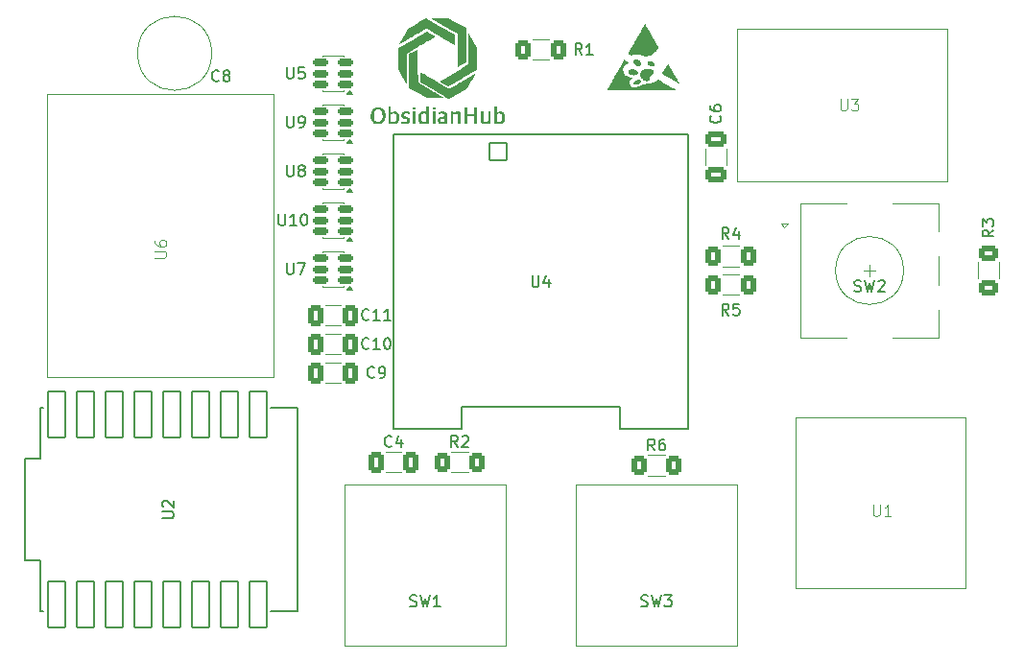
<source format=gto>
G04 #@! TF.GenerationSoftware,KiCad,Pcbnew,9.0.5*
G04 #@! TF.CreationDate,2025-10-24T02:47:50+02:00*
G04 #@! TF.ProjectId,ESPHomeModule,45535048-6f6d-4654-9d6f-64756c652e6b,V1.0*
G04 #@! TF.SameCoordinates,Original*
G04 #@! TF.FileFunction,Legend,Top*
G04 #@! TF.FilePolarity,Positive*
%FSLAX46Y46*%
G04 Gerber Fmt 4.6, Leading zero omitted, Abs format (unit mm)*
G04 Created by KiCad (PCBNEW 9.0.5) date 2025-10-24 02:47:50*
%MOMM*%
%LPD*%
G01*
G04 APERTURE LIST*
G04 Aperture macros list*
%AMRoundRect*
0 Rectangle with rounded corners*
0 $1 Rounding radius*
0 $2 $3 $4 $5 $6 $7 $8 $9 X,Y pos of 4 corners*
0 Add a 4 corners polygon primitive as box body*
4,1,4,$2,$3,$4,$5,$6,$7,$8,$9,$2,$3,0*
0 Add four circle primitives for the rounded corners*
1,1,$1+$1,$2,$3*
1,1,$1+$1,$4,$5*
1,1,$1+$1,$6,$7*
1,1,$1+$1,$8,$9*
0 Add four rect primitives between the rounded corners*
20,1,$1+$1,$2,$3,$4,$5,0*
20,1,$1+$1,$4,$5,$6,$7,0*
20,1,$1+$1,$6,$7,$8,$9,0*
20,1,$1+$1,$8,$9,$2,$3,0*%
G04 Aperture macros list end*
%ADD10C,0.300000*%
%ADD11C,0.150000*%
%ADD12C,0.125000*%
%ADD13C,0.120000*%
%ADD14C,0.100000*%
%ADD15C,0.127000*%
%ADD16C,0.000000*%
%ADD17C,1.600000*%
%ADD18C,1.850000*%
%ADD19RoundRect,0.250000X-0.400000X-0.625000X0.400000X-0.625000X0.400000X0.625000X-0.400000X0.625000X0*%
%ADD20R,2.000000X2.000000*%
%ADD21C,2.000000*%
%ADD22R,3.200000X2.000000*%
%ADD23RoundRect,0.250000X0.400000X0.625000X-0.400000X0.625000X-0.400000X-0.625000X0.400000X-0.625000X0*%
%ADD24RoundRect,0.250000X-0.412500X-0.650000X0.412500X-0.650000X0.412500X0.650000X-0.412500X0.650000X0*%
%ADD25RoundRect,0.102000X-0.754000X-0.754000X0.754000X-0.754000X0.754000X0.754000X-0.754000X0.754000X0*%
%ADD26C,1.712000*%
%ADD27C,3.204000*%
%ADD28RoundRect,0.150000X0.512500X0.150000X-0.512500X0.150000X-0.512500X-0.150000X0.512500X-0.150000X0*%
%ADD29C,2.500000*%
%ADD30C,4.000000*%
%ADD31C,1.750000*%
%ADD32RoundRect,0.102000X0.762000X-2.012500X0.762000X2.012500X-0.762000X2.012500X-0.762000X-2.012500X0*%
%ADD33RoundRect,0.250000X0.412500X0.650000X-0.412500X0.650000X-0.412500X-0.650000X0.412500X-0.650000X0*%
%ADD34RoundRect,0.250000X0.650000X-0.412500X0.650000X0.412500X-0.650000X0.412500X-0.650000X-0.412500X0*%
%ADD35RoundRect,0.250000X-0.625000X0.400000X-0.625000X-0.400000X0.625000X-0.400000X0.625000X0.400000X0*%
G04 APERTURE END LIST*
D10*
G36*
X135230165Y-62598391D02*
G01*
X135356959Y-62620183D01*
X135467498Y-62661140D01*
X135562725Y-62720162D01*
X135604811Y-62756393D01*
X135643280Y-62797238D01*
X135678164Y-62842971D01*
X135709080Y-62893376D01*
X135736295Y-62949441D01*
X135759080Y-63010345D01*
X135777665Y-63077788D01*
X135791249Y-63150319D01*
X135799818Y-63230241D01*
X135802717Y-63315551D01*
X135802717Y-63361713D01*
X135799467Y-63448407D01*
X135777268Y-63593352D01*
X135736074Y-63718408D01*
X135677663Y-63824759D01*
X135642296Y-63871274D01*
X135603038Y-63913286D01*
X135559580Y-63951120D01*
X135512482Y-63984262D01*
X135460861Y-64013184D01*
X135405805Y-64037122D01*
X135345891Y-64056460D01*
X135282737Y-64070433D01*
X135214554Y-64079156D01*
X135143353Y-64082076D01*
X135070019Y-64079054D01*
X134942950Y-64057407D01*
X134832260Y-64016561D01*
X134736920Y-63957602D01*
X134694756Y-63921356D01*
X134656255Y-63880520D01*
X134621297Y-63834728D01*
X134590344Y-63784297D01*
X134563066Y-63728134D01*
X134540249Y-63667176D01*
X134521623Y-63599618D01*
X134508022Y-63527033D01*
X134499438Y-63447025D01*
X134496536Y-63361713D01*
X134496536Y-63315551D01*
X134497646Y-63286150D01*
X134771676Y-63286150D01*
X134771676Y-63359698D01*
X134780893Y-63512698D01*
X134806485Y-63631882D01*
X134845557Y-63722360D01*
X134897144Y-63790291D01*
X134927977Y-63817132D01*
X134962588Y-63839538D01*
X135001997Y-63857741D01*
X135045584Y-63871061D01*
X135096224Y-63879684D01*
X135151779Y-63882591D01*
X135212884Y-63878384D01*
X135258036Y-63869067D01*
X135299665Y-63854676D01*
X135338350Y-63835065D01*
X135373417Y-63810629D01*
X135406233Y-63780130D01*
X135435107Y-63744815D01*
X135461612Y-63702031D01*
X135483640Y-63654308D01*
X135502361Y-63597750D01*
X135515922Y-63536165D01*
X135524735Y-63465084D01*
X135527669Y-63389098D01*
X135527669Y-63317657D01*
X135518616Y-63167097D01*
X135493169Y-63048803D01*
X135454119Y-62958801D01*
X135402286Y-62890917D01*
X135371152Y-62863939D01*
X135336150Y-62841351D01*
X135296135Y-62822866D01*
X135251808Y-62809226D01*
X135200132Y-62800207D01*
X135143353Y-62796871D01*
X135085868Y-62800604D01*
X135040728Y-62809529D01*
X134999133Y-62823531D01*
X134960540Y-62842726D01*
X134925571Y-62866744D01*
X134892860Y-62896800D01*
X134864086Y-62931674D01*
X134837650Y-62974040D01*
X134815684Y-63021364D01*
X134796981Y-63077639D01*
X134783435Y-63138991D01*
X134774611Y-63210075D01*
X134771676Y-63286150D01*
X134497646Y-63286150D01*
X134499829Y-63228340D01*
X134522094Y-63083516D01*
X134563334Y-62958545D01*
X134621760Y-62852277D01*
X134657108Y-62805821D01*
X134696358Y-62763842D01*
X134739773Y-62726066D01*
X134786845Y-62692960D01*
X134838407Y-62664086D01*
X134893431Y-62640177D01*
X134953295Y-62620870D01*
X135016442Y-62606911D01*
X135084631Y-62598198D01*
X135155901Y-62595279D01*
X135230165Y-62598391D01*
G37*
G36*
X136283387Y-63050944D02*
G01*
X136293920Y-63050944D01*
X136389559Y-62999772D01*
X136491764Y-62969414D01*
X136549388Y-62961355D01*
X136613114Y-62958529D01*
X136625974Y-62958698D01*
X136721785Y-62971522D01*
X136805791Y-63003487D01*
X136877548Y-63053845D01*
X136908689Y-63085999D01*
X136936965Y-63123593D01*
X136961813Y-63166549D01*
X136983077Y-63215390D01*
X137000535Y-63270984D01*
X137013556Y-63333123D01*
X137021863Y-63403578D01*
X137024725Y-63481422D01*
X137024725Y-63506610D01*
X137018786Y-63616507D01*
X136994149Y-63739896D01*
X136952644Y-63840847D01*
X136895160Y-63922952D01*
X136860014Y-63957892D01*
X136820769Y-63988520D01*
X136775957Y-64015626D01*
X136726847Y-64038117D01*
X136670505Y-64056810D01*
X136609481Y-64070365D01*
X136539348Y-64079147D01*
X136464004Y-64082076D01*
X136318084Y-64075111D01*
X136150300Y-64050273D01*
X136041953Y-64019062D01*
X136041953Y-63208481D01*
X136283387Y-63208481D01*
X136283387Y-63865738D01*
X136365495Y-63887636D01*
X136478750Y-63897246D01*
X136563770Y-63888737D01*
X136633555Y-63863334D01*
X136689110Y-63820873D01*
X136712289Y-63792199D01*
X136732199Y-63757923D01*
X136748941Y-63716348D01*
X136761502Y-63667999D01*
X136769805Y-63609387D01*
X136772666Y-63542330D01*
X136772666Y-63500382D01*
X136769361Y-63418330D01*
X136751217Y-63317236D01*
X136720000Y-63248197D01*
X136699154Y-63221792D01*
X136674729Y-63200300D01*
X136643557Y-63181919D01*
X136607908Y-63168752D01*
X136557366Y-63159059D01*
X136499725Y-63155999D01*
X136434538Y-63161158D01*
X136347632Y-63182549D01*
X136283387Y-63208481D01*
X136041953Y-63208481D01*
X136041953Y-62523838D01*
X136283387Y-62523838D01*
X136283387Y-63050944D01*
G37*
G36*
X137548442Y-64075757D02*
G01*
X137619752Y-64072824D01*
X137684811Y-64064019D01*
X137738815Y-64050779D01*
X137787300Y-64032589D01*
X137827138Y-64011338D01*
X137862040Y-63985835D01*
X137890505Y-63957694D01*
X137914349Y-63925711D01*
X137947474Y-63851411D01*
X137961749Y-63759835D01*
X137962159Y-63739709D01*
X137959165Y-63682075D01*
X137949931Y-63631279D01*
X137936788Y-63592840D01*
X137918560Y-63558694D01*
X137869644Y-63504924D01*
X137797773Y-63461843D01*
X137690139Y-63425773D01*
X137668152Y-63420514D01*
X137565295Y-63397433D01*
X137500775Y-63378035D01*
X137456229Y-63353914D01*
X137439208Y-63336613D01*
X137427792Y-63315784D01*
X137420398Y-63269389D01*
X137423315Y-63240825D01*
X137432006Y-63215925D01*
X137463389Y-63179245D01*
X137516399Y-63154669D01*
X137599591Y-63143538D01*
X137613564Y-63143360D01*
X137734900Y-63153523D01*
X137852410Y-63182718D01*
X137903358Y-63202161D01*
X137903358Y-63019437D01*
X137837450Y-62994378D01*
X137757087Y-62974393D01*
X137688219Y-62964914D01*
X137608022Y-62960737D01*
X137592589Y-62960635D01*
X137524372Y-62963529D01*
X137462720Y-62972057D01*
X137410346Y-62985116D01*
X137363737Y-63002830D01*
X137324559Y-63023910D01*
X137290536Y-63048891D01*
X137262250Y-63076874D01*
X137238780Y-63108257D01*
X137205908Y-63181252D01*
X137191880Y-63269950D01*
X137191512Y-63288257D01*
X137194399Y-63340194D01*
X137202880Y-63386568D01*
X137215910Y-63425819D01*
X137233538Y-63460557D01*
X137281274Y-63517175D01*
X137347960Y-63560764D01*
X137439286Y-63592906D01*
X137466560Y-63599025D01*
X137567402Y-63622106D01*
X137625535Y-63637732D01*
X137669186Y-63657032D01*
X137692905Y-63674282D01*
X137709964Y-63694558D01*
X137725673Y-63740822D01*
X137726953Y-63762882D01*
X137723974Y-63791273D01*
X137714842Y-63816687D01*
X137701084Y-63836857D01*
X137681869Y-63854228D01*
X137625470Y-63880066D01*
X137535921Y-63892618D01*
X137512814Y-63893032D01*
X137439128Y-63890251D01*
X137376049Y-63882501D01*
X137266363Y-63854106D01*
X137191512Y-63825805D01*
X137191512Y-64002209D01*
X137289772Y-64041840D01*
X137418028Y-64068014D01*
X137548442Y-64075757D01*
G37*
G36*
X138190038Y-64058904D02*
G01*
X138433670Y-64058904D01*
X138433670Y-62977488D01*
X138190038Y-62977488D01*
X138190038Y-64058904D01*
G37*
G36*
X138190038Y-62798977D02*
G01*
X138435777Y-62798977D01*
X138435777Y-62578426D01*
X138190038Y-62578426D01*
X138190038Y-62798977D01*
G37*
G36*
X139651282Y-64058904D02*
G01*
X139445477Y-64058904D01*
X139424502Y-63972808D01*
X139416076Y-63972808D01*
X139398600Y-63988087D01*
X139362564Y-64013801D01*
X139321620Y-64035827D01*
X139276210Y-64053532D01*
X139225814Y-64066737D01*
X139170218Y-64075007D01*
X139109429Y-64077863D01*
X139082597Y-64077143D01*
X138983808Y-64061178D01*
X138896282Y-64025749D01*
X138821425Y-63972061D01*
X138759837Y-63899881D01*
X138734335Y-63856434D01*
X138712565Y-63807541D01*
X138694872Y-63752850D01*
X138681709Y-63692295D01*
X138673388Y-63624739D01*
X138670525Y-63550757D01*
X138670525Y-63523463D01*
X138671154Y-63500382D01*
X138918370Y-63500382D01*
X138918370Y-63540224D01*
X138922151Y-63620528D01*
X138942370Y-63721698D01*
X138976985Y-63793976D01*
X138999845Y-63822163D01*
X139025976Y-63844987D01*
X139058357Y-63864362D01*
X139094216Y-63878107D01*
X139141709Y-63887858D01*
X139193418Y-63890926D01*
X139208041Y-63890631D01*
X139260509Y-63884600D01*
X139307255Y-63872353D01*
X139367329Y-63846075D01*
X139411863Y-63817470D01*
X139411863Y-63202161D01*
X139384740Y-63185115D01*
X139345344Y-63168771D01*
X139297713Y-63156037D01*
X139191403Y-63145466D01*
X139126377Y-63150598D01*
X139056493Y-63172606D01*
X139001769Y-63212087D01*
X138978732Y-63239943D01*
X138959196Y-63273402D01*
X138942322Y-63315772D01*
X138929793Y-63365282D01*
X138921263Y-63428090D01*
X138918370Y-63500382D01*
X138671154Y-63500382D01*
X138672179Y-63462761D01*
X138690488Y-63326183D01*
X138726503Y-63215185D01*
X138750463Y-63168081D01*
X138778234Y-63126020D01*
X138810008Y-63088504D01*
X138845287Y-63055952D01*
X138885370Y-63027330D01*
X138928792Y-63003831D01*
X138978203Y-62984399D01*
X139030854Y-62970468D01*
X139090663Y-62961487D01*
X139153576Y-62958529D01*
X139216923Y-62961515D01*
X139272260Y-62969566D01*
X139353090Y-62992481D01*
X139411863Y-63019437D01*
X139411863Y-62523838D01*
X139651282Y-62523838D01*
X139651282Y-64058904D01*
G37*
G36*
X139939794Y-64058904D02*
G01*
X140183426Y-64058904D01*
X140183426Y-62977488D01*
X139939794Y-62977488D01*
X139939794Y-64058904D01*
G37*
G36*
X139939794Y-62798977D02*
G01*
X140185532Y-62798977D01*
X140185532Y-62578426D01*
X139939794Y-62578426D01*
X139939794Y-62798977D01*
G37*
G36*
X140891548Y-62961126D02*
G01*
X141009250Y-62974712D01*
X141098277Y-63004094D01*
X141164928Y-63047332D01*
X141191312Y-63074339D01*
X141213346Y-63105239D01*
X141231383Y-63141204D01*
X141244593Y-63181467D01*
X141253232Y-63229164D01*
X141256140Y-63281937D01*
X141256140Y-64058904D01*
X141056655Y-64058904D01*
X141037696Y-63970702D01*
X141025148Y-63970702D01*
X141004370Y-63992283D01*
X140939694Y-64037304D01*
X140900282Y-64054155D01*
X140855153Y-64066916D01*
X140803739Y-64075029D01*
X140745795Y-64077863D01*
X140653827Y-64069665D01*
X140570017Y-64043190D01*
X140504779Y-64000829D01*
X140456518Y-63942877D01*
X140438613Y-63907294D01*
X140425399Y-63867436D01*
X140416936Y-63821652D01*
X140414052Y-63771216D01*
X140414600Y-63758668D01*
X140651365Y-63758668D01*
X140661245Y-63819126D01*
X140673647Y-63844098D01*
X140690535Y-63864799D01*
X140713869Y-63882764D01*
X140741696Y-63895801D01*
X140778285Y-63904816D01*
X140819343Y-63907779D01*
X140880528Y-63902315D01*
X140962086Y-63877020D01*
X141014615Y-63842657D01*
X141014615Y-63575944D01*
X140815129Y-63596919D01*
X140738681Y-63612460D01*
X140692402Y-63640666D01*
X140675472Y-63660930D01*
X140662974Y-63685595D01*
X140654281Y-63718969D01*
X140651365Y-63758668D01*
X140414600Y-63758668D01*
X140415673Y-63734121D01*
X140433941Y-63651293D01*
X140450617Y-63615307D01*
X140472061Y-63583112D01*
X140500083Y-63552696D01*
X140533157Y-63526249D01*
X140576137Y-63501007D01*
X140624952Y-63480274D01*
X140689181Y-63461350D01*
X140760541Y-63447808D01*
X141014615Y-63418499D01*
X141014615Y-63336525D01*
X141013545Y-63305998D01*
X141000094Y-63242499D01*
X140987674Y-63219328D01*
X140971061Y-63200420D01*
X140946171Y-63183319D01*
X140914919Y-63170905D01*
X140850382Y-63159328D01*
X140766861Y-63155999D01*
X140704695Y-63157682D01*
X140594271Y-63168728D01*
X140504361Y-63185400D01*
X140504361Y-63019437D01*
X140544454Y-63004943D01*
X140611994Y-62986116D01*
X140684276Y-62972539D01*
X140769257Y-62963589D01*
X140861291Y-62960635D01*
X140891548Y-62961126D01*
G37*
G36*
X141537417Y-64058904D02*
G01*
X141778851Y-64058904D01*
X141778851Y-63218922D01*
X141830871Y-63197063D01*
X141889853Y-63178670D01*
X141950823Y-63165958D01*
X142011985Y-63160260D01*
X142022483Y-63160121D01*
X142080949Y-63163120D01*
X142126132Y-63172394D01*
X142152706Y-63184010D01*
X142173023Y-63199742D01*
X142196225Y-63239802D01*
X142205098Y-63303319D01*
X142205207Y-63313444D01*
X142205207Y-64058904D01*
X142448748Y-64058904D01*
X142448748Y-63256749D01*
X142445822Y-63198882D01*
X142437068Y-63147904D01*
X142424204Y-63107646D01*
X142406653Y-63072614D01*
X142385866Y-63044251D01*
X142360967Y-63020215D01*
X142298682Y-62984441D01*
X142214060Y-62963448D01*
X142133766Y-62958529D01*
X142023208Y-62969573D01*
X141908809Y-63003332D01*
X141802545Y-63057789D01*
X141778851Y-63074025D01*
X141770516Y-63074025D01*
X141770516Y-62977488D01*
X141537417Y-62977488D01*
X141537417Y-64058904D01*
G37*
G36*
X142754662Y-64058904D02*
G01*
X143012949Y-64058904D01*
X143012949Y-63416393D01*
X143626151Y-63416393D01*
X143626151Y-64058904D01*
X143884438Y-64058904D01*
X143884438Y-62618360D01*
X143626151Y-62618360D01*
X143626151Y-63212694D01*
X143012949Y-63212694D01*
X143012949Y-62618360D01*
X142754662Y-62618360D01*
X142754662Y-64058904D01*
G37*
G36*
X144515592Y-64077863D02*
G01*
X144624723Y-64066868D01*
X144725302Y-64034914D01*
X144823036Y-63981302D01*
X144847335Y-63964474D01*
X144857868Y-63964474D01*
X144878842Y-64058904D01*
X145088860Y-64058904D01*
X145088860Y-62977488D01*
X144847335Y-62977488D01*
X144847335Y-63817470D01*
X144736017Y-63861846D01*
X144673674Y-63876847D01*
X144605809Y-63882591D01*
X144553967Y-63879600D01*
X144512449Y-63870388D01*
X144486232Y-63858384D01*
X144465557Y-63842040D01*
X144440405Y-63799612D01*
X144429722Y-63733650D01*
X144429405Y-63716628D01*
X144429405Y-62977488D01*
X144187971Y-62977488D01*
X144187971Y-63762882D01*
X144190882Y-63818145D01*
X144199542Y-63867999D01*
X144212687Y-63909620D01*
X144230634Y-63946589D01*
X144252213Y-63977625D01*
X144278022Y-64004442D01*
X144341807Y-64045412D01*
X144425061Y-64070486D01*
X144515592Y-64077863D01*
G37*
G36*
X145612486Y-63050944D02*
G01*
X145623019Y-63050944D01*
X145718659Y-62999772D01*
X145820864Y-62969414D01*
X145878488Y-62961355D01*
X145942214Y-62958529D01*
X145955073Y-62958698D01*
X146050885Y-62971522D01*
X146134891Y-63003487D01*
X146206648Y-63053845D01*
X146237789Y-63085999D01*
X146266064Y-63123593D01*
X146290913Y-63166549D01*
X146312177Y-63215390D01*
X146329635Y-63270984D01*
X146342655Y-63333123D01*
X146350963Y-63403578D01*
X146353825Y-63481422D01*
X146353825Y-63506610D01*
X146347886Y-63616507D01*
X146323249Y-63739896D01*
X146281744Y-63840847D01*
X146224260Y-63922952D01*
X146189114Y-63957892D01*
X146149869Y-63988520D01*
X146105057Y-64015626D01*
X146055947Y-64038117D01*
X145999605Y-64056810D01*
X145938581Y-64070365D01*
X145868448Y-64079147D01*
X145793104Y-64082076D01*
X145647184Y-64075111D01*
X145479400Y-64050273D01*
X145371052Y-64019062D01*
X145371052Y-63208481D01*
X145612486Y-63208481D01*
X145612486Y-63865738D01*
X145694595Y-63887636D01*
X145807850Y-63897246D01*
X145892870Y-63888737D01*
X145962655Y-63863334D01*
X146018210Y-63820873D01*
X146041389Y-63792199D01*
X146061299Y-63757923D01*
X146078041Y-63716348D01*
X146090602Y-63667999D01*
X146098905Y-63609387D01*
X146101766Y-63542330D01*
X146101766Y-63500382D01*
X146098461Y-63418330D01*
X146080317Y-63317236D01*
X146049100Y-63248197D01*
X146028254Y-63221792D01*
X146003829Y-63200300D01*
X145972657Y-63181919D01*
X145937008Y-63168752D01*
X145886465Y-63159059D01*
X145828825Y-63155999D01*
X145763638Y-63161158D01*
X145676731Y-63182549D01*
X145612486Y-63208481D01*
X145371052Y-63208481D01*
X145371052Y-62523838D01*
X145612486Y-62523838D01*
X145612486Y-63050944D01*
G37*
D11*
X121089333Y-60225580D02*
X121041714Y-60273200D01*
X121041714Y-60273200D02*
X120898857Y-60320819D01*
X120898857Y-60320819D02*
X120803619Y-60320819D01*
X120803619Y-60320819D02*
X120660762Y-60273200D01*
X120660762Y-60273200D02*
X120565524Y-60177961D01*
X120565524Y-60177961D02*
X120517905Y-60082723D01*
X120517905Y-60082723D02*
X120470286Y-59892247D01*
X120470286Y-59892247D02*
X120470286Y-59749390D01*
X120470286Y-59749390D02*
X120517905Y-59558914D01*
X120517905Y-59558914D02*
X120565524Y-59463676D01*
X120565524Y-59463676D02*
X120660762Y-59368438D01*
X120660762Y-59368438D02*
X120803619Y-59320819D01*
X120803619Y-59320819D02*
X120898857Y-59320819D01*
X120898857Y-59320819D02*
X121041714Y-59368438D01*
X121041714Y-59368438D02*
X121089333Y-59416057D01*
X121660762Y-59749390D02*
X121565524Y-59701771D01*
X121565524Y-59701771D02*
X121517905Y-59654152D01*
X121517905Y-59654152D02*
X121470286Y-59558914D01*
X121470286Y-59558914D02*
X121470286Y-59511295D01*
X121470286Y-59511295D02*
X121517905Y-59416057D01*
X121517905Y-59416057D02*
X121565524Y-59368438D01*
X121565524Y-59368438D02*
X121660762Y-59320819D01*
X121660762Y-59320819D02*
X121851238Y-59320819D01*
X121851238Y-59320819D02*
X121946476Y-59368438D01*
X121946476Y-59368438D02*
X121994095Y-59416057D01*
X121994095Y-59416057D02*
X122041714Y-59511295D01*
X122041714Y-59511295D02*
X122041714Y-59558914D01*
X122041714Y-59558914D02*
X121994095Y-59654152D01*
X121994095Y-59654152D02*
X121946476Y-59701771D01*
X121946476Y-59701771D02*
X121851238Y-59749390D01*
X121851238Y-59749390D02*
X121660762Y-59749390D01*
X121660762Y-59749390D02*
X121565524Y-59797009D01*
X121565524Y-59797009D02*
X121517905Y-59844628D01*
X121517905Y-59844628D02*
X121470286Y-59939866D01*
X121470286Y-59939866D02*
X121470286Y-60130342D01*
X121470286Y-60130342D02*
X121517905Y-60225580D01*
X121517905Y-60225580D02*
X121565524Y-60273200D01*
X121565524Y-60273200D02*
X121660762Y-60320819D01*
X121660762Y-60320819D02*
X121851238Y-60320819D01*
X121851238Y-60320819D02*
X121946476Y-60273200D01*
X121946476Y-60273200D02*
X121994095Y-60225580D01*
X121994095Y-60225580D02*
X122041714Y-60130342D01*
X122041714Y-60130342D02*
X122041714Y-59939866D01*
X122041714Y-59939866D02*
X121994095Y-59844628D01*
X121994095Y-59844628D02*
X121946476Y-59797009D01*
X121946476Y-59797009D02*
X121851238Y-59749390D01*
D12*
X115456119Y-75867904D02*
X116265642Y-75867904D01*
X116265642Y-75867904D02*
X116360880Y-75820285D01*
X116360880Y-75820285D02*
X116408500Y-75772666D01*
X116408500Y-75772666D02*
X116456119Y-75677428D01*
X116456119Y-75677428D02*
X116456119Y-75486952D01*
X116456119Y-75486952D02*
X116408500Y-75391714D01*
X116408500Y-75391714D02*
X116360880Y-75344095D01*
X116360880Y-75344095D02*
X116265642Y-75296476D01*
X116265642Y-75296476D02*
X115456119Y-75296476D01*
X115456119Y-74391714D02*
X115456119Y-74582190D01*
X115456119Y-74582190D02*
X115503738Y-74677428D01*
X115503738Y-74677428D02*
X115551357Y-74725047D01*
X115551357Y-74725047D02*
X115694214Y-74820285D01*
X115694214Y-74820285D02*
X115884690Y-74867904D01*
X115884690Y-74867904D02*
X116265642Y-74867904D01*
X116265642Y-74867904D02*
X116360880Y-74820285D01*
X116360880Y-74820285D02*
X116408500Y-74772666D01*
X116408500Y-74772666D02*
X116456119Y-74677428D01*
X116456119Y-74677428D02*
X116456119Y-74486952D01*
X116456119Y-74486952D02*
X116408500Y-74391714D01*
X116408500Y-74391714D02*
X116360880Y-74344095D01*
X116360880Y-74344095D02*
X116265642Y-74296476D01*
X116265642Y-74296476D02*
X116027547Y-74296476D01*
X116027547Y-74296476D02*
X115932309Y-74344095D01*
X115932309Y-74344095D02*
X115884690Y-74391714D01*
X115884690Y-74391714D02*
X115837071Y-74486952D01*
X115837071Y-74486952D02*
X115837071Y-74677428D01*
X115837071Y-74677428D02*
X115884690Y-74772666D01*
X115884690Y-74772666D02*
X115932309Y-74820285D01*
X115932309Y-74820285D02*
X116027547Y-74867904D01*
D11*
X159533333Y-92876819D02*
X159200000Y-92400628D01*
X158961905Y-92876819D02*
X158961905Y-91876819D01*
X158961905Y-91876819D02*
X159342857Y-91876819D01*
X159342857Y-91876819D02*
X159438095Y-91924438D01*
X159438095Y-91924438D02*
X159485714Y-91972057D01*
X159485714Y-91972057D02*
X159533333Y-92067295D01*
X159533333Y-92067295D02*
X159533333Y-92210152D01*
X159533333Y-92210152D02*
X159485714Y-92305390D01*
X159485714Y-92305390D02*
X159438095Y-92353009D01*
X159438095Y-92353009D02*
X159342857Y-92400628D01*
X159342857Y-92400628D02*
X158961905Y-92400628D01*
X160390476Y-91876819D02*
X160200000Y-91876819D01*
X160200000Y-91876819D02*
X160104762Y-91924438D01*
X160104762Y-91924438D02*
X160057143Y-91972057D01*
X160057143Y-91972057D02*
X159961905Y-92114914D01*
X159961905Y-92114914D02*
X159914286Y-92305390D01*
X159914286Y-92305390D02*
X159914286Y-92686342D01*
X159914286Y-92686342D02*
X159961905Y-92781580D01*
X159961905Y-92781580D02*
X160009524Y-92829200D01*
X160009524Y-92829200D02*
X160104762Y-92876819D01*
X160104762Y-92876819D02*
X160295238Y-92876819D01*
X160295238Y-92876819D02*
X160390476Y-92829200D01*
X160390476Y-92829200D02*
X160438095Y-92781580D01*
X160438095Y-92781580D02*
X160485714Y-92686342D01*
X160485714Y-92686342D02*
X160485714Y-92448247D01*
X160485714Y-92448247D02*
X160438095Y-92353009D01*
X160438095Y-92353009D02*
X160390476Y-92305390D01*
X160390476Y-92305390D02*
X160295238Y-92257771D01*
X160295238Y-92257771D02*
X160104762Y-92257771D01*
X160104762Y-92257771D02*
X160009524Y-92305390D01*
X160009524Y-92305390D02*
X159961905Y-92353009D01*
X159961905Y-92353009D02*
X159914286Y-92448247D01*
X177166667Y-78807200D02*
X177309524Y-78854819D01*
X177309524Y-78854819D02*
X177547619Y-78854819D01*
X177547619Y-78854819D02*
X177642857Y-78807200D01*
X177642857Y-78807200D02*
X177690476Y-78759580D01*
X177690476Y-78759580D02*
X177738095Y-78664342D01*
X177738095Y-78664342D02*
X177738095Y-78569104D01*
X177738095Y-78569104D02*
X177690476Y-78473866D01*
X177690476Y-78473866D02*
X177642857Y-78426247D01*
X177642857Y-78426247D02*
X177547619Y-78378628D01*
X177547619Y-78378628D02*
X177357143Y-78331009D01*
X177357143Y-78331009D02*
X177261905Y-78283390D01*
X177261905Y-78283390D02*
X177214286Y-78235771D01*
X177214286Y-78235771D02*
X177166667Y-78140533D01*
X177166667Y-78140533D02*
X177166667Y-78045295D01*
X177166667Y-78045295D02*
X177214286Y-77950057D01*
X177214286Y-77950057D02*
X177261905Y-77902438D01*
X177261905Y-77902438D02*
X177357143Y-77854819D01*
X177357143Y-77854819D02*
X177595238Y-77854819D01*
X177595238Y-77854819D02*
X177738095Y-77902438D01*
X178071429Y-77854819D02*
X178309524Y-78854819D01*
X178309524Y-78854819D02*
X178500000Y-78140533D01*
X178500000Y-78140533D02*
X178690476Y-78854819D01*
X178690476Y-78854819D02*
X178928572Y-77854819D01*
X179261905Y-77950057D02*
X179309524Y-77902438D01*
X179309524Y-77902438D02*
X179404762Y-77854819D01*
X179404762Y-77854819D02*
X179642857Y-77854819D01*
X179642857Y-77854819D02*
X179738095Y-77902438D01*
X179738095Y-77902438D02*
X179785714Y-77950057D01*
X179785714Y-77950057D02*
X179833333Y-78045295D01*
X179833333Y-78045295D02*
X179833333Y-78140533D01*
X179833333Y-78140533D02*
X179785714Y-78283390D01*
X179785714Y-78283390D02*
X179214286Y-78854819D01*
X179214286Y-78854819D02*
X179833333Y-78854819D01*
X153133333Y-57954819D02*
X152800000Y-57478628D01*
X152561905Y-57954819D02*
X152561905Y-56954819D01*
X152561905Y-56954819D02*
X152942857Y-56954819D01*
X152942857Y-56954819D02*
X153038095Y-57002438D01*
X153038095Y-57002438D02*
X153085714Y-57050057D01*
X153085714Y-57050057D02*
X153133333Y-57145295D01*
X153133333Y-57145295D02*
X153133333Y-57288152D01*
X153133333Y-57288152D02*
X153085714Y-57383390D01*
X153085714Y-57383390D02*
X153038095Y-57431009D01*
X153038095Y-57431009D02*
X152942857Y-57478628D01*
X152942857Y-57478628D02*
X152561905Y-57478628D01*
X154085714Y-57954819D02*
X153514286Y-57954819D01*
X153800000Y-57954819D02*
X153800000Y-56954819D01*
X153800000Y-56954819D02*
X153704762Y-57097676D01*
X153704762Y-57097676D02*
X153609524Y-57192914D01*
X153609524Y-57192914D02*
X153514286Y-57240533D01*
X134329142Y-81307580D02*
X134281523Y-81355200D01*
X134281523Y-81355200D02*
X134138666Y-81402819D01*
X134138666Y-81402819D02*
X134043428Y-81402819D01*
X134043428Y-81402819D02*
X133900571Y-81355200D01*
X133900571Y-81355200D02*
X133805333Y-81259961D01*
X133805333Y-81259961D02*
X133757714Y-81164723D01*
X133757714Y-81164723D02*
X133710095Y-80974247D01*
X133710095Y-80974247D02*
X133710095Y-80831390D01*
X133710095Y-80831390D02*
X133757714Y-80640914D01*
X133757714Y-80640914D02*
X133805333Y-80545676D01*
X133805333Y-80545676D02*
X133900571Y-80450438D01*
X133900571Y-80450438D02*
X134043428Y-80402819D01*
X134043428Y-80402819D02*
X134138666Y-80402819D01*
X134138666Y-80402819D02*
X134281523Y-80450438D01*
X134281523Y-80450438D02*
X134329142Y-80498057D01*
X135281523Y-81402819D02*
X134710095Y-81402819D01*
X134995809Y-81402819D02*
X134995809Y-80402819D01*
X134995809Y-80402819D02*
X134900571Y-80545676D01*
X134900571Y-80545676D02*
X134805333Y-80640914D01*
X134805333Y-80640914D02*
X134710095Y-80688533D01*
X136233904Y-81402819D02*
X135662476Y-81402819D01*
X135948190Y-81402819D02*
X135948190Y-80402819D01*
X135948190Y-80402819D02*
X135852952Y-80545676D01*
X135852952Y-80545676D02*
X135757714Y-80640914D01*
X135757714Y-80640914D02*
X135662476Y-80688533D01*
X148738095Y-77454819D02*
X148738095Y-78264342D01*
X148738095Y-78264342D02*
X148785714Y-78359580D01*
X148785714Y-78359580D02*
X148833333Y-78407200D01*
X148833333Y-78407200D02*
X148928571Y-78454819D01*
X148928571Y-78454819D02*
X149119047Y-78454819D01*
X149119047Y-78454819D02*
X149214285Y-78407200D01*
X149214285Y-78407200D02*
X149261904Y-78359580D01*
X149261904Y-78359580D02*
X149309523Y-78264342D01*
X149309523Y-78264342D02*
X149309523Y-77454819D01*
X150214285Y-77788152D02*
X150214285Y-78454819D01*
X149976190Y-77407200D02*
X149738095Y-78121485D01*
X149738095Y-78121485D02*
X150357142Y-78121485D01*
X134805333Y-86387580D02*
X134757714Y-86435200D01*
X134757714Y-86435200D02*
X134614857Y-86482819D01*
X134614857Y-86482819D02*
X134519619Y-86482819D01*
X134519619Y-86482819D02*
X134376762Y-86435200D01*
X134376762Y-86435200D02*
X134281524Y-86339961D01*
X134281524Y-86339961D02*
X134233905Y-86244723D01*
X134233905Y-86244723D02*
X134186286Y-86054247D01*
X134186286Y-86054247D02*
X134186286Y-85911390D01*
X134186286Y-85911390D02*
X134233905Y-85720914D01*
X134233905Y-85720914D02*
X134281524Y-85625676D01*
X134281524Y-85625676D02*
X134376762Y-85530438D01*
X134376762Y-85530438D02*
X134519619Y-85482819D01*
X134519619Y-85482819D02*
X134614857Y-85482819D01*
X134614857Y-85482819D02*
X134757714Y-85530438D01*
X134757714Y-85530438D02*
X134805333Y-85578057D01*
X135281524Y-86482819D02*
X135472000Y-86482819D01*
X135472000Y-86482819D02*
X135567238Y-86435200D01*
X135567238Y-86435200D02*
X135614857Y-86387580D01*
X135614857Y-86387580D02*
X135710095Y-86244723D01*
X135710095Y-86244723D02*
X135757714Y-86054247D01*
X135757714Y-86054247D02*
X135757714Y-85673295D01*
X135757714Y-85673295D02*
X135710095Y-85578057D01*
X135710095Y-85578057D02*
X135662476Y-85530438D01*
X135662476Y-85530438D02*
X135567238Y-85482819D01*
X135567238Y-85482819D02*
X135376762Y-85482819D01*
X135376762Y-85482819D02*
X135281524Y-85530438D01*
X135281524Y-85530438D02*
X135233905Y-85578057D01*
X135233905Y-85578057D02*
X135186286Y-85673295D01*
X135186286Y-85673295D02*
X135186286Y-85911390D01*
X135186286Y-85911390D02*
X135233905Y-86006628D01*
X135233905Y-86006628D02*
X135281524Y-86054247D01*
X135281524Y-86054247D02*
X135376762Y-86101866D01*
X135376762Y-86101866D02*
X135567238Y-86101866D01*
X135567238Y-86101866D02*
X135662476Y-86054247D01*
X135662476Y-86054247D02*
X135710095Y-86006628D01*
X135710095Y-86006628D02*
X135757714Y-85911390D01*
X127098095Y-63384819D02*
X127098095Y-64194342D01*
X127098095Y-64194342D02*
X127145714Y-64289580D01*
X127145714Y-64289580D02*
X127193333Y-64337200D01*
X127193333Y-64337200D02*
X127288571Y-64384819D01*
X127288571Y-64384819D02*
X127479047Y-64384819D01*
X127479047Y-64384819D02*
X127574285Y-64337200D01*
X127574285Y-64337200D02*
X127621904Y-64289580D01*
X127621904Y-64289580D02*
X127669523Y-64194342D01*
X127669523Y-64194342D02*
X127669523Y-63384819D01*
X128193333Y-64384819D02*
X128383809Y-64384819D01*
X128383809Y-64384819D02*
X128479047Y-64337200D01*
X128479047Y-64337200D02*
X128526666Y-64289580D01*
X128526666Y-64289580D02*
X128621904Y-64146723D01*
X128621904Y-64146723D02*
X128669523Y-63956247D01*
X128669523Y-63956247D02*
X128669523Y-63575295D01*
X128669523Y-63575295D02*
X128621904Y-63480057D01*
X128621904Y-63480057D02*
X128574285Y-63432438D01*
X128574285Y-63432438D02*
X128479047Y-63384819D01*
X128479047Y-63384819D02*
X128288571Y-63384819D01*
X128288571Y-63384819D02*
X128193333Y-63432438D01*
X128193333Y-63432438D02*
X128145714Y-63480057D01*
X128145714Y-63480057D02*
X128098095Y-63575295D01*
X128098095Y-63575295D02*
X128098095Y-63813390D01*
X128098095Y-63813390D02*
X128145714Y-63908628D01*
X128145714Y-63908628D02*
X128193333Y-63956247D01*
X128193333Y-63956247D02*
X128288571Y-64003866D01*
X128288571Y-64003866D02*
X128479047Y-64003866D01*
X128479047Y-64003866D02*
X128574285Y-63956247D01*
X128574285Y-63956247D02*
X128621904Y-63908628D01*
X128621904Y-63908628D02*
X128669523Y-63813390D01*
X166083333Y-80954819D02*
X165750000Y-80478628D01*
X165511905Y-80954819D02*
X165511905Y-79954819D01*
X165511905Y-79954819D02*
X165892857Y-79954819D01*
X165892857Y-79954819D02*
X165988095Y-80002438D01*
X165988095Y-80002438D02*
X166035714Y-80050057D01*
X166035714Y-80050057D02*
X166083333Y-80145295D01*
X166083333Y-80145295D02*
X166083333Y-80288152D01*
X166083333Y-80288152D02*
X166035714Y-80383390D01*
X166035714Y-80383390D02*
X165988095Y-80431009D01*
X165988095Y-80431009D02*
X165892857Y-80478628D01*
X165892857Y-80478628D02*
X165511905Y-80478628D01*
X166988095Y-79954819D02*
X166511905Y-79954819D01*
X166511905Y-79954819D02*
X166464286Y-80431009D01*
X166464286Y-80431009D02*
X166511905Y-80383390D01*
X166511905Y-80383390D02*
X166607143Y-80335771D01*
X166607143Y-80335771D02*
X166845238Y-80335771D01*
X166845238Y-80335771D02*
X166940476Y-80383390D01*
X166940476Y-80383390D02*
X166988095Y-80431009D01*
X166988095Y-80431009D02*
X167035714Y-80526247D01*
X167035714Y-80526247D02*
X167035714Y-80764342D01*
X167035714Y-80764342D02*
X166988095Y-80859580D01*
X166988095Y-80859580D02*
X166940476Y-80907200D01*
X166940476Y-80907200D02*
X166845238Y-80954819D01*
X166845238Y-80954819D02*
X166607143Y-80954819D01*
X166607143Y-80954819D02*
X166511905Y-80907200D01*
X166511905Y-80907200D02*
X166464286Y-80859580D01*
X134329142Y-83847580D02*
X134281523Y-83895200D01*
X134281523Y-83895200D02*
X134138666Y-83942819D01*
X134138666Y-83942819D02*
X134043428Y-83942819D01*
X134043428Y-83942819D02*
X133900571Y-83895200D01*
X133900571Y-83895200D02*
X133805333Y-83799961D01*
X133805333Y-83799961D02*
X133757714Y-83704723D01*
X133757714Y-83704723D02*
X133710095Y-83514247D01*
X133710095Y-83514247D02*
X133710095Y-83371390D01*
X133710095Y-83371390D02*
X133757714Y-83180914D01*
X133757714Y-83180914D02*
X133805333Y-83085676D01*
X133805333Y-83085676D02*
X133900571Y-82990438D01*
X133900571Y-82990438D02*
X134043428Y-82942819D01*
X134043428Y-82942819D02*
X134138666Y-82942819D01*
X134138666Y-82942819D02*
X134281523Y-82990438D01*
X134281523Y-82990438D02*
X134329142Y-83038057D01*
X135281523Y-83942819D02*
X134710095Y-83942819D01*
X134995809Y-83942819D02*
X134995809Y-82942819D01*
X134995809Y-82942819D02*
X134900571Y-83085676D01*
X134900571Y-83085676D02*
X134805333Y-83180914D01*
X134805333Y-83180914D02*
X134710095Y-83228533D01*
X135900571Y-82942819D02*
X135995809Y-82942819D01*
X135995809Y-82942819D02*
X136091047Y-82990438D01*
X136091047Y-82990438D02*
X136138666Y-83038057D01*
X136138666Y-83038057D02*
X136186285Y-83133295D01*
X136186285Y-83133295D02*
X136233904Y-83323771D01*
X136233904Y-83323771D02*
X136233904Y-83561866D01*
X136233904Y-83561866D02*
X136186285Y-83752342D01*
X136186285Y-83752342D02*
X136138666Y-83847580D01*
X136138666Y-83847580D02*
X136091047Y-83895200D01*
X136091047Y-83895200D02*
X135995809Y-83942819D01*
X135995809Y-83942819D02*
X135900571Y-83942819D01*
X135900571Y-83942819D02*
X135805333Y-83895200D01*
X135805333Y-83895200D02*
X135757714Y-83847580D01*
X135757714Y-83847580D02*
X135710095Y-83752342D01*
X135710095Y-83752342D02*
X135662476Y-83561866D01*
X135662476Y-83561866D02*
X135662476Y-83323771D01*
X135662476Y-83323771D02*
X135710095Y-83133295D01*
X135710095Y-83133295D02*
X135757714Y-83038057D01*
X135757714Y-83038057D02*
X135805333Y-82990438D01*
X135805333Y-82990438D02*
X135900571Y-82942819D01*
X166083333Y-74204819D02*
X165750000Y-73728628D01*
X165511905Y-74204819D02*
X165511905Y-73204819D01*
X165511905Y-73204819D02*
X165892857Y-73204819D01*
X165892857Y-73204819D02*
X165988095Y-73252438D01*
X165988095Y-73252438D02*
X166035714Y-73300057D01*
X166035714Y-73300057D02*
X166083333Y-73395295D01*
X166083333Y-73395295D02*
X166083333Y-73538152D01*
X166083333Y-73538152D02*
X166035714Y-73633390D01*
X166035714Y-73633390D02*
X165988095Y-73681009D01*
X165988095Y-73681009D02*
X165892857Y-73728628D01*
X165892857Y-73728628D02*
X165511905Y-73728628D01*
X166940476Y-73538152D02*
X166940476Y-74204819D01*
X166702381Y-73157200D02*
X166464286Y-73871485D01*
X166464286Y-73871485D02*
X167083333Y-73871485D01*
X137966667Y-106607200D02*
X138109524Y-106654819D01*
X138109524Y-106654819D02*
X138347619Y-106654819D01*
X138347619Y-106654819D02*
X138442857Y-106607200D01*
X138442857Y-106607200D02*
X138490476Y-106559580D01*
X138490476Y-106559580D02*
X138538095Y-106464342D01*
X138538095Y-106464342D02*
X138538095Y-106369104D01*
X138538095Y-106369104D02*
X138490476Y-106273866D01*
X138490476Y-106273866D02*
X138442857Y-106226247D01*
X138442857Y-106226247D02*
X138347619Y-106178628D01*
X138347619Y-106178628D02*
X138157143Y-106131009D01*
X138157143Y-106131009D02*
X138061905Y-106083390D01*
X138061905Y-106083390D02*
X138014286Y-106035771D01*
X138014286Y-106035771D02*
X137966667Y-105940533D01*
X137966667Y-105940533D02*
X137966667Y-105845295D01*
X137966667Y-105845295D02*
X138014286Y-105750057D01*
X138014286Y-105750057D02*
X138061905Y-105702438D01*
X138061905Y-105702438D02*
X138157143Y-105654819D01*
X138157143Y-105654819D02*
X138395238Y-105654819D01*
X138395238Y-105654819D02*
X138538095Y-105702438D01*
X138871429Y-105654819D02*
X139109524Y-106654819D01*
X139109524Y-106654819D02*
X139300000Y-105940533D01*
X139300000Y-105940533D02*
X139490476Y-106654819D01*
X139490476Y-106654819D02*
X139728572Y-105654819D01*
X140633333Y-106654819D02*
X140061905Y-106654819D01*
X140347619Y-106654819D02*
X140347619Y-105654819D01*
X140347619Y-105654819D02*
X140252381Y-105797676D01*
X140252381Y-105797676D02*
X140157143Y-105892914D01*
X140157143Y-105892914D02*
X140061905Y-105940533D01*
X142171333Y-92578819D02*
X141838000Y-92102628D01*
X141599905Y-92578819D02*
X141599905Y-91578819D01*
X141599905Y-91578819D02*
X141980857Y-91578819D01*
X141980857Y-91578819D02*
X142076095Y-91626438D01*
X142076095Y-91626438D02*
X142123714Y-91674057D01*
X142123714Y-91674057D02*
X142171333Y-91769295D01*
X142171333Y-91769295D02*
X142171333Y-91912152D01*
X142171333Y-91912152D02*
X142123714Y-92007390D01*
X142123714Y-92007390D02*
X142076095Y-92055009D01*
X142076095Y-92055009D02*
X141980857Y-92102628D01*
X141980857Y-92102628D02*
X141599905Y-92102628D01*
X142552286Y-91674057D02*
X142599905Y-91626438D01*
X142599905Y-91626438D02*
X142695143Y-91578819D01*
X142695143Y-91578819D02*
X142933238Y-91578819D01*
X142933238Y-91578819D02*
X143028476Y-91626438D01*
X143028476Y-91626438D02*
X143076095Y-91674057D01*
X143076095Y-91674057D02*
X143123714Y-91769295D01*
X143123714Y-91769295D02*
X143123714Y-91864533D01*
X143123714Y-91864533D02*
X143076095Y-92007390D01*
X143076095Y-92007390D02*
X142504667Y-92578819D01*
X142504667Y-92578819D02*
X143123714Y-92578819D01*
X127098095Y-59066819D02*
X127098095Y-59876342D01*
X127098095Y-59876342D02*
X127145714Y-59971580D01*
X127145714Y-59971580D02*
X127193333Y-60019200D01*
X127193333Y-60019200D02*
X127288571Y-60066819D01*
X127288571Y-60066819D02*
X127479047Y-60066819D01*
X127479047Y-60066819D02*
X127574285Y-60019200D01*
X127574285Y-60019200D02*
X127621904Y-59971580D01*
X127621904Y-59971580D02*
X127669523Y-59876342D01*
X127669523Y-59876342D02*
X127669523Y-59066819D01*
X128621904Y-59066819D02*
X128145714Y-59066819D01*
X128145714Y-59066819D02*
X128098095Y-59543009D01*
X128098095Y-59543009D02*
X128145714Y-59495390D01*
X128145714Y-59495390D02*
X128240952Y-59447771D01*
X128240952Y-59447771D02*
X128479047Y-59447771D01*
X128479047Y-59447771D02*
X128574285Y-59495390D01*
X128574285Y-59495390D02*
X128621904Y-59543009D01*
X128621904Y-59543009D02*
X128669523Y-59638247D01*
X128669523Y-59638247D02*
X128669523Y-59876342D01*
X128669523Y-59876342D02*
X128621904Y-59971580D01*
X128621904Y-59971580D02*
X128574285Y-60019200D01*
X128574285Y-60019200D02*
X128479047Y-60066819D01*
X128479047Y-60066819D02*
X128240952Y-60066819D01*
X128240952Y-60066819D02*
X128145714Y-60019200D01*
X128145714Y-60019200D02*
X128098095Y-59971580D01*
X116104819Y-98861904D02*
X116914342Y-98861904D01*
X116914342Y-98861904D02*
X117009580Y-98814285D01*
X117009580Y-98814285D02*
X117057200Y-98766666D01*
X117057200Y-98766666D02*
X117104819Y-98671428D01*
X117104819Y-98671428D02*
X117104819Y-98480952D01*
X117104819Y-98480952D02*
X117057200Y-98385714D01*
X117057200Y-98385714D02*
X117009580Y-98338095D01*
X117009580Y-98338095D02*
X116914342Y-98290476D01*
X116914342Y-98290476D02*
X116104819Y-98290476D01*
X116200057Y-97861904D02*
X116152438Y-97814285D01*
X116152438Y-97814285D02*
X116104819Y-97719047D01*
X116104819Y-97719047D02*
X116104819Y-97480952D01*
X116104819Y-97480952D02*
X116152438Y-97385714D01*
X116152438Y-97385714D02*
X116200057Y-97338095D01*
X116200057Y-97338095D02*
X116295295Y-97290476D01*
X116295295Y-97290476D02*
X116390533Y-97290476D01*
X116390533Y-97290476D02*
X116533390Y-97338095D01*
X116533390Y-97338095D02*
X117104819Y-97909523D01*
X117104819Y-97909523D02*
X117104819Y-97290476D01*
X127098095Y-67702819D02*
X127098095Y-68512342D01*
X127098095Y-68512342D02*
X127145714Y-68607580D01*
X127145714Y-68607580D02*
X127193333Y-68655200D01*
X127193333Y-68655200D02*
X127288571Y-68702819D01*
X127288571Y-68702819D02*
X127479047Y-68702819D01*
X127479047Y-68702819D02*
X127574285Y-68655200D01*
X127574285Y-68655200D02*
X127621904Y-68607580D01*
X127621904Y-68607580D02*
X127669523Y-68512342D01*
X127669523Y-68512342D02*
X127669523Y-67702819D01*
X128288571Y-68131390D02*
X128193333Y-68083771D01*
X128193333Y-68083771D02*
X128145714Y-68036152D01*
X128145714Y-68036152D02*
X128098095Y-67940914D01*
X128098095Y-67940914D02*
X128098095Y-67893295D01*
X128098095Y-67893295D02*
X128145714Y-67798057D01*
X128145714Y-67798057D02*
X128193333Y-67750438D01*
X128193333Y-67750438D02*
X128288571Y-67702819D01*
X128288571Y-67702819D02*
X128479047Y-67702819D01*
X128479047Y-67702819D02*
X128574285Y-67750438D01*
X128574285Y-67750438D02*
X128621904Y-67798057D01*
X128621904Y-67798057D02*
X128669523Y-67893295D01*
X128669523Y-67893295D02*
X128669523Y-67940914D01*
X128669523Y-67940914D02*
X128621904Y-68036152D01*
X128621904Y-68036152D02*
X128574285Y-68083771D01*
X128574285Y-68083771D02*
X128479047Y-68131390D01*
X128479047Y-68131390D02*
X128288571Y-68131390D01*
X128288571Y-68131390D02*
X128193333Y-68179009D01*
X128193333Y-68179009D02*
X128145714Y-68226628D01*
X128145714Y-68226628D02*
X128098095Y-68321866D01*
X128098095Y-68321866D02*
X128098095Y-68512342D01*
X128098095Y-68512342D02*
X128145714Y-68607580D01*
X128145714Y-68607580D02*
X128193333Y-68655200D01*
X128193333Y-68655200D02*
X128288571Y-68702819D01*
X128288571Y-68702819D02*
X128479047Y-68702819D01*
X128479047Y-68702819D02*
X128574285Y-68655200D01*
X128574285Y-68655200D02*
X128621904Y-68607580D01*
X128621904Y-68607580D02*
X128669523Y-68512342D01*
X128669523Y-68512342D02*
X128669523Y-68321866D01*
X128669523Y-68321866D02*
X128621904Y-68226628D01*
X128621904Y-68226628D02*
X128574285Y-68179009D01*
X128574285Y-68179009D02*
X128479047Y-68131390D01*
X158366667Y-106607200D02*
X158509524Y-106654819D01*
X158509524Y-106654819D02*
X158747619Y-106654819D01*
X158747619Y-106654819D02*
X158842857Y-106607200D01*
X158842857Y-106607200D02*
X158890476Y-106559580D01*
X158890476Y-106559580D02*
X158938095Y-106464342D01*
X158938095Y-106464342D02*
X158938095Y-106369104D01*
X158938095Y-106369104D02*
X158890476Y-106273866D01*
X158890476Y-106273866D02*
X158842857Y-106226247D01*
X158842857Y-106226247D02*
X158747619Y-106178628D01*
X158747619Y-106178628D02*
X158557143Y-106131009D01*
X158557143Y-106131009D02*
X158461905Y-106083390D01*
X158461905Y-106083390D02*
X158414286Y-106035771D01*
X158414286Y-106035771D02*
X158366667Y-105940533D01*
X158366667Y-105940533D02*
X158366667Y-105845295D01*
X158366667Y-105845295D02*
X158414286Y-105750057D01*
X158414286Y-105750057D02*
X158461905Y-105702438D01*
X158461905Y-105702438D02*
X158557143Y-105654819D01*
X158557143Y-105654819D02*
X158795238Y-105654819D01*
X158795238Y-105654819D02*
X158938095Y-105702438D01*
X159271429Y-105654819D02*
X159509524Y-106654819D01*
X159509524Y-106654819D02*
X159700000Y-105940533D01*
X159700000Y-105940533D02*
X159890476Y-106654819D01*
X159890476Y-106654819D02*
X160128572Y-105654819D01*
X160414286Y-105654819D02*
X161033333Y-105654819D01*
X161033333Y-105654819D02*
X160700000Y-106035771D01*
X160700000Y-106035771D02*
X160842857Y-106035771D01*
X160842857Y-106035771D02*
X160938095Y-106083390D01*
X160938095Y-106083390D02*
X160985714Y-106131009D01*
X160985714Y-106131009D02*
X161033333Y-106226247D01*
X161033333Y-106226247D02*
X161033333Y-106464342D01*
X161033333Y-106464342D02*
X160985714Y-106559580D01*
X160985714Y-106559580D02*
X160938095Y-106607200D01*
X160938095Y-106607200D02*
X160842857Y-106654819D01*
X160842857Y-106654819D02*
X160557143Y-106654819D01*
X160557143Y-106654819D02*
X160461905Y-106607200D01*
X160461905Y-106607200D02*
X160414286Y-106559580D01*
D12*
X175938095Y-61886119D02*
X175938095Y-62695642D01*
X175938095Y-62695642D02*
X175985714Y-62790880D01*
X175985714Y-62790880D02*
X176033333Y-62838500D01*
X176033333Y-62838500D02*
X176128571Y-62886119D01*
X176128571Y-62886119D02*
X176319047Y-62886119D01*
X176319047Y-62886119D02*
X176414285Y-62838500D01*
X176414285Y-62838500D02*
X176461904Y-62790880D01*
X176461904Y-62790880D02*
X176509523Y-62695642D01*
X176509523Y-62695642D02*
X176509523Y-61886119D01*
X176890476Y-61886119D02*
X177509523Y-61886119D01*
X177509523Y-61886119D02*
X177176190Y-62267071D01*
X177176190Y-62267071D02*
X177319047Y-62267071D01*
X177319047Y-62267071D02*
X177414285Y-62314690D01*
X177414285Y-62314690D02*
X177461904Y-62362309D01*
X177461904Y-62362309D02*
X177509523Y-62457547D01*
X177509523Y-62457547D02*
X177509523Y-62695642D01*
X177509523Y-62695642D02*
X177461904Y-62790880D01*
X177461904Y-62790880D02*
X177414285Y-62838500D01*
X177414285Y-62838500D02*
X177319047Y-62886119D01*
X177319047Y-62886119D02*
X177033333Y-62886119D01*
X177033333Y-62886119D02*
X176938095Y-62838500D01*
X176938095Y-62838500D02*
X176890476Y-62790880D01*
D11*
X127098095Y-76338819D02*
X127098095Y-77148342D01*
X127098095Y-77148342D02*
X127145714Y-77243580D01*
X127145714Y-77243580D02*
X127193333Y-77291200D01*
X127193333Y-77291200D02*
X127288571Y-77338819D01*
X127288571Y-77338819D02*
X127479047Y-77338819D01*
X127479047Y-77338819D02*
X127574285Y-77291200D01*
X127574285Y-77291200D02*
X127621904Y-77243580D01*
X127621904Y-77243580D02*
X127669523Y-77148342D01*
X127669523Y-77148342D02*
X127669523Y-76338819D01*
X128050476Y-76338819D02*
X128717142Y-76338819D01*
X128717142Y-76338819D02*
X128288571Y-77338819D01*
X126367905Y-72020819D02*
X126367905Y-72830342D01*
X126367905Y-72830342D02*
X126415524Y-72925580D01*
X126415524Y-72925580D02*
X126463143Y-72973200D01*
X126463143Y-72973200D02*
X126558381Y-73020819D01*
X126558381Y-73020819D02*
X126748857Y-73020819D01*
X126748857Y-73020819D02*
X126844095Y-72973200D01*
X126844095Y-72973200D02*
X126891714Y-72925580D01*
X126891714Y-72925580D02*
X126939333Y-72830342D01*
X126939333Y-72830342D02*
X126939333Y-72020819D01*
X127939333Y-73020819D02*
X127367905Y-73020819D01*
X127653619Y-73020819D02*
X127653619Y-72020819D01*
X127653619Y-72020819D02*
X127558381Y-72163676D01*
X127558381Y-72163676D02*
X127463143Y-72258914D01*
X127463143Y-72258914D02*
X127367905Y-72306533D01*
X128558381Y-72020819D02*
X128653619Y-72020819D01*
X128653619Y-72020819D02*
X128748857Y-72068438D01*
X128748857Y-72068438D02*
X128796476Y-72116057D01*
X128796476Y-72116057D02*
X128844095Y-72211295D01*
X128844095Y-72211295D02*
X128891714Y-72401771D01*
X128891714Y-72401771D02*
X128891714Y-72639866D01*
X128891714Y-72639866D02*
X128844095Y-72830342D01*
X128844095Y-72830342D02*
X128796476Y-72925580D01*
X128796476Y-72925580D02*
X128748857Y-72973200D01*
X128748857Y-72973200D02*
X128653619Y-73020819D01*
X128653619Y-73020819D02*
X128558381Y-73020819D01*
X128558381Y-73020819D02*
X128463143Y-72973200D01*
X128463143Y-72973200D02*
X128415524Y-72925580D01*
X128415524Y-72925580D02*
X128367905Y-72830342D01*
X128367905Y-72830342D02*
X128320286Y-72639866D01*
X128320286Y-72639866D02*
X128320286Y-72401771D01*
X128320286Y-72401771D02*
X128367905Y-72211295D01*
X128367905Y-72211295D02*
X128415524Y-72116057D01*
X128415524Y-72116057D02*
X128463143Y-72068438D01*
X128463143Y-72068438D02*
X128558381Y-72020819D01*
X136329333Y-92483580D02*
X136281714Y-92531200D01*
X136281714Y-92531200D02*
X136138857Y-92578819D01*
X136138857Y-92578819D02*
X136043619Y-92578819D01*
X136043619Y-92578819D02*
X135900762Y-92531200D01*
X135900762Y-92531200D02*
X135805524Y-92435961D01*
X135805524Y-92435961D02*
X135757905Y-92340723D01*
X135757905Y-92340723D02*
X135710286Y-92150247D01*
X135710286Y-92150247D02*
X135710286Y-92007390D01*
X135710286Y-92007390D02*
X135757905Y-91816914D01*
X135757905Y-91816914D02*
X135805524Y-91721676D01*
X135805524Y-91721676D02*
X135900762Y-91626438D01*
X135900762Y-91626438D02*
X136043619Y-91578819D01*
X136043619Y-91578819D02*
X136138857Y-91578819D01*
X136138857Y-91578819D02*
X136281714Y-91626438D01*
X136281714Y-91626438D02*
X136329333Y-91674057D01*
X137186476Y-91912152D02*
X137186476Y-92578819D01*
X136948381Y-91531200D02*
X136710286Y-92245485D01*
X136710286Y-92245485D02*
X137329333Y-92245485D01*
X165303580Y-63334666D02*
X165351200Y-63382285D01*
X165351200Y-63382285D02*
X165398819Y-63525142D01*
X165398819Y-63525142D02*
X165398819Y-63620380D01*
X165398819Y-63620380D02*
X165351200Y-63763237D01*
X165351200Y-63763237D02*
X165255961Y-63858475D01*
X165255961Y-63858475D02*
X165160723Y-63906094D01*
X165160723Y-63906094D02*
X164970247Y-63953713D01*
X164970247Y-63953713D02*
X164827390Y-63953713D01*
X164827390Y-63953713D02*
X164636914Y-63906094D01*
X164636914Y-63906094D02*
X164541676Y-63858475D01*
X164541676Y-63858475D02*
X164446438Y-63763237D01*
X164446438Y-63763237D02*
X164398819Y-63620380D01*
X164398819Y-63620380D02*
X164398819Y-63525142D01*
X164398819Y-63525142D02*
X164446438Y-63382285D01*
X164446438Y-63382285D02*
X164494057Y-63334666D01*
X164398819Y-62477523D02*
X164398819Y-62667999D01*
X164398819Y-62667999D02*
X164446438Y-62763237D01*
X164446438Y-62763237D02*
X164494057Y-62810856D01*
X164494057Y-62810856D02*
X164636914Y-62906094D01*
X164636914Y-62906094D02*
X164827390Y-62953713D01*
X164827390Y-62953713D02*
X165208342Y-62953713D01*
X165208342Y-62953713D02*
X165303580Y-62906094D01*
X165303580Y-62906094D02*
X165351200Y-62858475D01*
X165351200Y-62858475D02*
X165398819Y-62763237D01*
X165398819Y-62763237D02*
X165398819Y-62572761D01*
X165398819Y-62572761D02*
X165351200Y-62477523D01*
X165351200Y-62477523D02*
X165303580Y-62429904D01*
X165303580Y-62429904D02*
X165208342Y-62382285D01*
X165208342Y-62382285D02*
X164970247Y-62382285D01*
X164970247Y-62382285D02*
X164875009Y-62429904D01*
X164875009Y-62429904D02*
X164827390Y-62477523D01*
X164827390Y-62477523D02*
X164779771Y-62572761D01*
X164779771Y-62572761D02*
X164779771Y-62763237D01*
X164779771Y-62763237D02*
X164827390Y-62858475D01*
X164827390Y-62858475D02*
X164875009Y-62906094D01*
X164875009Y-62906094D02*
X164970247Y-62953713D01*
D12*
X178818095Y-97676119D02*
X178818095Y-98485642D01*
X178818095Y-98485642D02*
X178865714Y-98580880D01*
X178865714Y-98580880D02*
X178913333Y-98628500D01*
X178913333Y-98628500D02*
X179008571Y-98676119D01*
X179008571Y-98676119D02*
X179199047Y-98676119D01*
X179199047Y-98676119D02*
X179294285Y-98628500D01*
X179294285Y-98628500D02*
X179341904Y-98580880D01*
X179341904Y-98580880D02*
X179389523Y-98485642D01*
X179389523Y-98485642D02*
X179389523Y-97676119D01*
X180389523Y-98676119D02*
X179818095Y-98676119D01*
X180103809Y-98676119D02*
X180103809Y-97676119D01*
X180103809Y-97676119D02*
X180008571Y-97818976D01*
X180008571Y-97818976D02*
X179913333Y-97914214D01*
X179913333Y-97914214D02*
X179818095Y-97961833D01*
D11*
X189454819Y-73416666D02*
X188978628Y-73749999D01*
X189454819Y-73988094D02*
X188454819Y-73988094D01*
X188454819Y-73988094D02*
X188454819Y-73607142D01*
X188454819Y-73607142D02*
X188502438Y-73511904D01*
X188502438Y-73511904D02*
X188550057Y-73464285D01*
X188550057Y-73464285D02*
X188645295Y-73416666D01*
X188645295Y-73416666D02*
X188788152Y-73416666D01*
X188788152Y-73416666D02*
X188883390Y-73464285D01*
X188883390Y-73464285D02*
X188931009Y-73511904D01*
X188931009Y-73511904D02*
X188978628Y-73607142D01*
X188978628Y-73607142D02*
X188978628Y-73988094D01*
X188454819Y-73083332D02*
X188454819Y-72464285D01*
X188454819Y-72464285D02*
X188835771Y-72797618D01*
X188835771Y-72797618D02*
X188835771Y-72654761D01*
X188835771Y-72654761D02*
X188883390Y-72559523D01*
X188883390Y-72559523D02*
X188931009Y-72511904D01*
X188931009Y-72511904D02*
X189026247Y-72464285D01*
X189026247Y-72464285D02*
X189264342Y-72464285D01*
X189264342Y-72464285D02*
X189359580Y-72511904D01*
X189359580Y-72511904D02*
X189407200Y-72559523D01*
X189407200Y-72559523D02*
X189454819Y-72654761D01*
X189454819Y-72654761D02*
X189454819Y-72940475D01*
X189454819Y-72940475D02*
X189407200Y-73035713D01*
X189407200Y-73035713D02*
X189359580Y-73083332D01*
D13*
X120462000Y-57834000D02*
G75*
G02*
X113922000Y-57834000I-3270000J0D01*
G01*
X113922000Y-57834000D02*
G75*
G02*
X120462000Y-57834000I3270000J0D01*
G01*
D14*
X105900000Y-86400000D02*
X125900000Y-86400000D01*
X125900000Y-61400000D01*
X105900000Y-61400000D01*
X105900000Y-86400000D01*
D13*
X158972936Y-93290000D02*
X160427064Y-93290000D01*
X158972936Y-95110000D02*
X160427064Y-95110000D01*
X170700000Y-72900000D02*
X171300000Y-72900000D01*
X171000000Y-73200000D02*
X170700000Y-72900000D01*
X171300000Y-72900000D02*
X171000000Y-73200000D01*
X172400000Y-71100000D02*
X172400000Y-82900000D01*
X176500000Y-71100000D02*
X172400000Y-71100000D01*
X176500000Y-82900000D02*
X172400000Y-82900000D01*
X178000000Y-77000000D02*
X179000000Y-77000000D01*
X178500000Y-76500000D02*
X178500000Y-77500000D01*
X180500000Y-71100000D02*
X184600000Y-71100000D01*
X184600000Y-71100000D02*
X184600000Y-73500000D01*
X184600000Y-75700000D02*
X184600000Y-78300000D01*
X184600000Y-80500000D02*
X184600000Y-82900000D01*
X184600000Y-82900000D02*
X180500000Y-82900000D01*
X181500000Y-77000000D02*
G75*
G02*
X175500000Y-77000000I-3000000J0D01*
G01*
X175500000Y-77000000D02*
G75*
G02*
X181500000Y-77000000I3000000J0D01*
G01*
X150227064Y-58410000D02*
X148772936Y-58410000D01*
X150227064Y-56590000D02*
X148772936Y-56590000D01*
X130450748Y-80038000D02*
X131873252Y-80038000D01*
X130450748Y-81858000D02*
X131873252Y-81858000D01*
D15*
X136500000Y-65000000D02*
X162500000Y-65000000D01*
X136500000Y-91000000D02*
X136500000Y-65000000D01*
X142500000Y-89000000D02*
X142500000Y-91000000D01*
X142500000Y-91000000D02*
X136500000Y-91000000D01*
X156500000Y-89000000D02*
X142500000Y-89000000D01*
X156500000Y-91000000D02*
X156500000Y-89000000D01*
X162500000Y-65000000D02*
X162500000Y-91000000D01*
X162500000Y-91000000D02*
X156500000Y-91000000D01*
D13*
X130450748Y-85118000D02*
X131873252Y-85118000D01*
X130450748Y-86938000D02*
X131873252Y-86938000D01*
X132072000Y-65490000D02*
X130252000Y-65490000D01*
X132072000Y-65440000D02*
X132072000Y-65490000D01*
X132072000Y-62370000D02*
X132072000Y-62420000D01*
X130252000Y-65490000D02*
X130252000Y-65440000D01*
X130252000Y-62420000D02*
X130252000Y-62370000D01*
X130252000Y-62370000D02*
X132072000Y-62370000D01*
X132852000Y-65770000D02*
X132372000Y-65770000D01*
X132612000Y-65440000D01*
X132852000Y-65770000D01*
G36*
X132852000Y-65770000D02*
G01*
X132372000Y-65770000D01*
X132612000Y-65440000D01*
X132852000Y-65770000D01*
G37*
X165522936Y-77340000D02*
X166977064Y-77340000D01*
X165522936Y-79160000D02*
X166977064Y-79160000D01*
X130450748Y-82578000D02*
X131873252Y-82578000D01*
X130450748Y-84398000D02*
X131873252Y-84398000D01*
X165522936Y-74840000D02*
X166977064Y-74840000D01*
X165522936Y-76660000D02*
X166977064Y-76660000D01*
X146400000Y-110100000D02*
X146400000Y-95900000D01*
X146400000Y-95900000D02*
X132200000Y-95900000D01*
X132200000Y-95900000D02*
X132200000Y-110100000D01*
X132200000Y-110100000D02*
X146400000Y-110100000D01*
X141610936Y-92992000D02*
X143065064Y-92992000D01*
X141610936Y-94812000D02*
X143065064Y-94812000D01*
X132072000Y-61172000D02*
X130252000Y-61172000D01*
X132072000Y-61122000D02*
X132072000Y-61172000D01*
X132072000Y-58052000D02*
X132072000Y-58102000D01*
X130252000Y-61172000D02*
X130252000Y-61122000D01*
X130252000Y-58102000D02*
X130252000Y-58052000D01*
X130252000Y-58052000D02*
X132072000Y-58052000D01*
X132852000Y-61452000D02*
X132372000Y-61452000D01*
X132612000Y-61122000D01*
X132852000Y-61452000D01*
G36*
X132852000Y-61452000D02*
G01*
X132372000Y-61452000D01*
X132612000Y-61122000D01*
X132852000Y-61452000D01*
G37*
D15*
X105600000Y-107100000D02*
X105300000Y-107100000D01*
X128000000Y-107100000D02*
X125650000Y-107100000D01*
X104000000Y-102600000D02*
X105300000Y-102600000D01*
X105300000Y-102600000D02*
X105300000Y-107100000D01*
X104000000Y-93600000D02*
X104000000Y-102600000D01*
X104000000Y-93600000D02*
X105300000Y-93600000D01*
X105300000Y-89100000D02*
X105300000Y-93600000D01*
X105600000Y-89100000D02*
X105300000Y-89100000D01*
X128000000Y-89100000D02*
X128000000Y-107100000D01*
X128000000Y-89100000D02*
X125650000Y-89100000D01*
D13*
X132072000Y-69808000D02*
X130252000Y-69808000D01*
X132072000Y-69758000D02*
X132072000Y-69808000D01*
X132072000Y-66688000D02*
X132072000Y-66738000D01*
X130252000Y-69808000D02*
X130252000Y-69758000D01*
X130252000Y-66738000D02*
X130252000Y-66688000D01*
X130252000Y-66688000D02*
X132072000Y-66688000D01*
X132852000Y-70088000D02*
X132372000Y-70088000D01*
X132612000Y-69758000D01*
X132852000Y-70088000D01*
G36*
X132852000Y-70088000D02*
G01*
X132372000Y-70088000D01*
X132612000Y-69758000D01*
X132852000Y-70088000D01*
G37*
X166800000Y-110100000D02*
X166800000Y-95900000D01*
X166800000Y-95900000D02*
X152600000Y-95900000D01*
X152600000Y-95900000D02*
X152600000Y-110100000D01*
X152600000Y-110100000D02*
X166800000Y-110100000D01*
D14*
X166850000Y-55650000D02*
X185350000Y-55650000D01*
X185350000Y-69150000D01*
X166850000Y-69150000D01*
X166850000Y-55650000D01*
D13*
X132072000Y-78444000D02*
X130252000Y-78444000D01*
X132072000Y-78394000D02*
X132072000Y-78444000D01*
X132072000Y-75324000D02*
X132072000Y-75374000D01*
X130252000Y-78444000D02*
X130252000Y-78394000D01*
X130252000Y-75374000D02*
X130252000Y-75324000D01*
X130252000Y-75324000D02*
X132072000Y-75324000D01*
X132852000Y-78724000D02*
X132372000Y-78724000D01*
X132612000Y-78394000D01*
X132852000Y-78724000D01*
G36*
X132852000Y-78724000D02*
G01*
X132372000Y-78724000D01*
X132612000Y-78394000D01*
X132852000Y-78724000D01*
G37*
X132072000Y-74126000D02*
X130252000Y-74126000D01*
X132072000Y-74076000D02*
X132072000Y-74126000D01*
X132072000Y-71006000D02*
X132072000Y-71056000D01*
X130252000Y-74126000D02*
X130252000Y-74076000D01*
X130252000Y-71056000D02*
X130252000Y-71006000D01*
X130252000Y-71006000D02*
X132072000Y-71006000D01*
X132852000Y-74406000D02*
X132372000Y-74406000D01*
X132612000Y-74076000D01*
X132852000Y-74406000D01*
G36*
X132852000Y-74406000D02*
G01*
X132372000Y-74406000D01*
X132612000Y-74076000D01*
X132852000Y-74406000D01*
G37*
X137207252Y-94812000D02*
X135784748Y-94812000D01*
X137207252Y-92992000D02*
X135784748Y-92992000D01*
X164034000Y-67689252D02*
X164034000Y-66266748D01*
X165854000Y-67689252D02*
X165854000Y-66266748D01*
D14*
X187000000Y-90000000D02*
X172000000Y-90000000D01*
X172000000Y-105000000D01*
X187000000Y-105000000D01*
X187000000Y-90000000D01*
D13*
X189910000Y-76272936D02*
X189910000Y-77727064D01*
X188090000Y-76272936D02*
X188090000Y-77727064D01*
D16*
G36*
X138972941Y-59554798D02*
G01*
X139165807Y-59666402D01*
X139352484Y-59774389D01*
X139532730Y-59878617D01*
X139706299Y-59978947D01*
X139872949Y-60075238D01*
X140032435Y-60167351D01*
X140184514Y-60255143D01*
X140328943Y-60338477D01*
X140465476Y-60417210D01*
X140593872Y-60491204D01*
X140713885Y-60560316D01*
X140825272Y-60624409D01*
X140927790Y-60683340D01*
X141021195Y-60736970D01*
X141105242Y-60785158D01*
X141179689Y-60827764D01*
X141244291Y-60864649D01*
X141298805Y-60895670D01*
X141342987Y-60920690D01*
X141376593Y-60939566D01*
X141399379Y-60952159D01*
X141411102Y-60958328D01*
X141412695Y-60958972D01*
X141419329Y-60955699D01*
X141436827Y-60946088D01*
X141464652Y-60930448D01*
X141502265Y-60909090D01*
X141549130Y-60882324D01*
X141604710Y-60850459D01*
X141668466Y-60813806D01*
X141739861Y-60772675D01*
X141818358Y-60727376D01*
X141903420Y-60678219D01*
X141994508Y-60625514D01*
X142091086Y-60569571D01*
X142192616Y-60510701D01*
X142298561Y-60449212D01*
X142408383Y-60385416D01*
X142521545Y-60319622D01*
X142599853Y-60274059D01*
X142714858Y-60207143D01*
X142826817Y-60142032D01*
X142935198Y-60079035D01*
X143039467Y-60018460D01*
X143139091Y-59960617D01*
X143233539Y-59905813D01*
X143322276Y-59854357D01*
X143404772Y-59806557D01*
X143480492Y-59762722D01*
X143548905Y-59723160D01*
X143609477Y-59688180D01*
X143661676Y-59658090D01*
X143704968Y-59633198D01*
X143738823Y-59613813D01*
X143762706Y-59600244D01*
X143776085Y-59592798D01*
X143778913Y-59591391D01*
X143775979Y-59597284D01*
X143766856Y-59613900D01*
X143751951Y-59640528D01*
X143731668Y-59676457D01*
X143706413Y-59720976D01*
X143676591Y-59773376D01*
X143642607Y-59832945D01*
X143604866Y-59898973D01*
X143563774Y-59970749D01*
X143519736Y-60047562D01*
X143473157Y-60128701D01*
X143424442Y-60213457D01*
X143396161Y-60262616D01*
X143011165Y-60931596D01*
X142207115Y-61396669D01*
X142112124Y-61451604D01*
X142020233Y-61504731D01*
X141932094Y-61555671D01*
X141848359Y-61604051D01*
X141769678Y-61649493D01*
X141696704Y-61691622D01*
X141630088Y-61730062D01*
X141570481Y-61764437D01*
X141518537Y-61794371D01*
X141474905Y-61819489D01*
X141440237Y-61839413D01*
X141415186Y-61853769D01*
X141400402Y-61862181D01*
X141396423Y-61864371D01*
X141387715Y-61861970D01*
X141375126Y-61852633D01*
X141373326Y-61850927D01*
X141366126Y-61846123D01*
X141348036Y-61835002D01*
X141319580Y-61817872D01*
X141281285Y-61795041D01*
X141233674Y-61766818D01*
X141177273Y-61733509D01*
X141112607Y-61695424D01*
X141040201Y-61652870D01*
X140960579Y-61606156D01*
X140874268Y-61555588D01*
X140781791Y-61501476D01*
X140683674Y-61444126D01*
X140580442Y-61383848D01*
X140472620Y-61320949D01*
X140360732Y-61255737D01*
X140245305Y-61188520D01*
X140126862Y-61119605D01*
X140104821Y-61106787D01*
X138852769Y-60378721D01*
X138852638Y-59931908D01*
X138852507Y-59485096D01*
X138972941Y-59554798D01*
G37*
G36*
X138652005Y-57471712D02*
G01*
X138652278Y-57490823D01*
X138652558Y-57521956D01*
X138652841Y-57564522D01*
X138653127Y-57617933D01*
X138653413Y-57681602D01*
X138653698Y-57754939D01*
X138653980Y-57837356D01*
X138654257Y-57928266D01*
X138654528Y-58027079D01*
X138654790Y-58133209D01*
X138655043Y-58246065D01*
X138655284Y-58365061D01*
X138655512Y-58489608D01*
X138655724Y-58619117D01*
X138655919Y-58753001D01*
X138656096Y-58890671D01*
X138656169Y-58953750D01*
X138657833Y-60442290D01*
X139835367Y-61108284D01*
X139950911Y-61173647D01*
X140063421Y-61237322D01*
X140172357Y-61299001D01*
X140277178Y-61358377D01*
X140377342Y-61415142D01*
X140472307Y-61468989D01*
X140561533Y-61519610D01*
X140644478Y-61566697D01*
X140720600Y-61609943D01*
X140789359Y-61649042D01*
X140850212Y-61683684D01*
X140902619Y-61713562D01*
X140946038Y-61738370D01*
X140979928Y-61757799D01*
X141003747Y-61771543D01*
X141016955Y-61779293D01*
X141019579Y-61780955D01*
X141014606Y-61782098D01*
X140997228Y-61783120D01*
X140967368Y-61784022D01*
X140924949Y-61784805D01*
X140869892Y-61785469D01*
X140802120Y-61786014D01*
X140721555Y-61786442D01*
X140628121Y-61786752D01*
X140521739Y-61786946D01*
X140402332Y-61787024D01*
X140269823Y-61786987D01*
X140237992Y-61786963D01*
X139449727Y-61786293D01*
X138659469Y-61336634D01*
X137869210Y-60886974D01*
X137870874Y-59399212D01*
X137872538Y-57911451D01*
X138260756Y-57688331D01*
X138326335Y-57650663D01*
X138388512Y-57614994D01*
X138446349Y-57581859D01*
X138498906Y-57551793D01*
X138545246Y-57525333D01*
X138584431Y-57503012D01*
X138615522Y-57485367D01*
X138637582Y-57472934D01*
X138649671Y-57466246D01*
X138651739Y-57465211D01*
X138652005Y-57471712D01*
G37*
G36*
X143125333Y-56049744D02*
G01*
X143135298Y-56066630D01*
X143150832Y-56093218D01*
X143171432Y-56128636D01*
X143196595Y-56172013D01*
X143225821Y-56222478D01*
X143258606Y-56279158D01*
X143294450Y-56341181D01*
X143332848Y-56407677D01*
X143373301Y-56477773D01*
X143415304Y-56550599D01*
X143458357Y-56625281D01*
X143501957Y-56700950D01*
X143545602Y-56776732D01*
X143588790Y-56851757D01*
X143631018Y-56925152D01*
X143671785Y-56996047D01*
X143710589Y-57063569D01*
X143746927Y-57126847D01*
X143780297Y-57185009D01*
X143810197Y-57237184D01*
X143836125Y-57282499D01*
X143857579Y-57320084D01*
X143874057Y-57349067D01*
X143885056Y-57368576D01*
X143889925Y-57377445D01*
X143891444Y-57381158D01*
X143892816Y-57386552D01*
X143894049Y-57394275D01*
X143895149Y-57404974D01*
X143896125Y-57419295D01*
X143896984Y-57437886D01*
X143897733Y-57461395D01*
X143898379Y-57490467D01*
X143898930Y-57525751D01*
X143899394Y-57567893D01*
X143899777Y-57617541D01*
X143900087Y-57675341D01*
X143900331Y-57741942D01*
X143900517Y-57817989D01*
X143900652Y-57904130D01*
X143900744Y-58001012D01*
X143900799Y-58109283D01*
X143900826Y-58229589D01*
X143900831Y-58334504D01*
X143900831Y-59270444D01*
X142621215Y-60017606D01*
X142501273Y-60087632D01*
X142384355Y-60155876D01*
X142270970Y-60222042D01*
X142161629Y-60285832D01*
X142056843Y-60346949D01*
X141957121Y-60405095D01*
X141862974Y-60459975D01*
X141774912Y-60511290D01*
X141693445Y-60558744D01*
X141619083Y-60602038D01*
X141552338Y-60640877D01*
X141493718Y-60674962D01*
X141443735Y-60703997D01*
X141402898Y-60727685D01*
X141371718Y-60745727D01*
X141350705Y-60757828D01*
X141340370Y-60763689D01*
X141339337Y-60764220D01*
X141333401Y-60760889D01*
X141317007Y-60751453D01*
X141291096Y-60736456D01*
X141256608Y-60716447D01*
X141214484Y-60691972D01*
X141165665Y-60663578D01*
X141111091Y-60631812D01*
X141051703Y-60597220D01*
X140988443Y-60560348D01*
X140956119Y-60541500D01*
X140891336Y-60503671D01*
X140830022Y-60467776D01*
X140773112Y-60434366D01*
X140721541Y-60403997D01*
X140676243Y-60377221D01*
X140638155Y-60354591D01*
X140608210Y-60336661D01*
X140587344Y-60323983D01*
X140576492Y-60317112D01*
X140575112Y-60316029D01*
X140580727Y-60312409D01*
X140597115Y-60302675D01*
X140623573Y-60287231D01*
X140659398Y-60266481D01*
X140703886Y-60240829D01*
X140756334Y-60210677D01*
X140816038Y-60176430D01*
X140882295Y-60138492D01*
X140954401Y-60097265D01*
X141031654Y-60053154D01*
X141113349Y-60006562D01*
X141198782Y-59957893D01*
X141259420Y-59923382D01*
X141347464Y-59873269D01*
X141432547Y-59824798D01*
X141513938Y-59778388D01*
X141590908Y-59734456D01*
X141662723Y-59693422D01*
X141728654Y-59655704D01*
X141787969Y-59621721D01*
X141839937Y-59591893D01*
X141883827Y-59566636D01*
X141918908Y-59546372D01*
X141944449Y-59531517D01*
X141959718Y-59522491D01*
X141963783Y-59519953D01*
X141972131Y-59514593D01*
X141990958Y-59502845D01*
X142019475Y-59485191D01*
X142056894Y-59462116D01*
X142102426Y-59434105D01*
X142155283Y-59401640D01*
X142214676Y-59365206D01*
X142279817Y-59325288D01*
X142349917Y-59282369D01*
X142424188Y-59236934D01*
X142501841Y-59189466D01*
X142549582Y-59160301D01*
X143115376Y-58814730D01*
X143115456Y-57425946D01*
X143115493Y-57277049D01*
X143115583Y-57134316D01*
X143115724Y-56998211D01*
X143115915Y-56869201D01*
X143116154Y-56747748D01*
X143116438Y-56634317D01*
X143116766Y-56529374D01*
X143117136Y-56433383D01*
X143117545Y-56346808D01*
X143117992Y-56270114D01*
X143118474Y-56203765D01*
X143118990Y-56148227D01*
X143119537Y-56103963D01*
X143120114Y-56071438D01*
X143120718Y-56051117D01*
X143121348Y-56043465D01*
X143121439Y-56043431D01*
X143125333Y-56049744D01*
G37*
G36*
X139455312Y-55912344D02*
G01*
X139472105Y-55921243D01*
X139498028Y-55935426D01*
X139531929Y-55954235D01*
X139572659Y-55977016D01*
X139619064Y-56003111D01*
X139669995Y-56031865D01*
X139724300Y-56062622D01*
X139780828Y-56094726D01*
X139838428Y-56127520D01*
X139895948Y-56160349D01*
X139952238Y-56192557D01*
X140006146Y-56223487D01*
X140056521Y-56252484D01*
X140102212Y-56278891D01*
X140142067Y-56302053D01*
X140174936Y-56321313D01*
X140199667Y-56336016D01*
X140215110Y-56345504D01*
X140219964Y-56348862D01*
X140214967Y-56352678D01*
X140199215Y-56362658D01*
X140173398Y-56378396D01*
X140138206Y-56399487D01*
X140094332Y-56425525D01*
X140042466Y-56456105D01*
X139983298Y-56490820D01*
X139917521Y-56529265D01*
X139845824Y-56571035D01*
X139768900Y-56615724D01*
X139687438Y-56662927D01*
X139602130Y-56712236D01*
X139533656Y-56751733D01*
X139430373Y-56811350D01*
X139320031Y-56875222D01*
X139204392Y-56942319D01*
X139085219Y-57011612D01*
X138964277Y-57082070D01*
X138843329Y-57152664D01*
X138724138Y-57222364D01*
X138608469Y-57290140D01*
X138498084Y-57354963D01*
X138394748Y-57415802D01*
X138300224Y-57471627D01*
X138256952Y-57497258D01*
X137671296Y-57844549D01*
X137669631Y-59225175D01*
X137667966Y-60605802D01*
X137283568Y-59937936D01*
X136899170Y-59270069D01*
X136899177Y-58332995D01*
X136899183Y-57395920D01*
X138170229Y-56653519D01*
X138289833Y-56583672D01*
X138406455Y-56515589D01*
X138519579Y-56449571D01*
X138628692Y-56385917D01*
X138733278Y-56324926D01*
X138832823Y-56266899D01*
X138926811Y-56212134D01*
X139014729Y-56160931D01*
X139096062Y-56113590D01*
X139170294Y-56070410D01*
X139236912Y-56031691D01*
X139295401Y-55997733D01*
X139345245Y-55968834D01*
X139385930Y-55945295D01*
X139416942Y-55927415D01*
X139437766Y-55915494D01*
X139447886Y-55909830D01*
X139448800Y-55909383D01*
X139455312Y-55912344D01*
G37*
G36*
X142115428Y-55180240D02*
G01*
X142903876Y-55627357D01*
X142904120Y-57116260D01*
X142904365Y-58605163D01*
X142777332Y-58677822D01*
X142743548Y-58697164D01*
X142700341Y-58721931D01*
X142649727Y-58750965D01*
X142593724Y-58783109D01*
X142534348Y-58817205D01*
X142473614Y-58852095D01*
X142413541Y-58886622D01*
X142391283Y-58899419D01*
X142132268Y-59048359D01*
X142132268Y-57563780D01*
X142132268Y-56079202D01*
X142110821Y-56066158D01*
X142103027Y-56061647D01*
X142084309Y-56050935D01*
X142055222Y-56034337D01*
X142016319Y-56012168D01*
X141968154Y-55984743D01*
X141911282Y-55952378D01*
X141846256Y-55915387D01*
X141773630Y-55874084D01*
X141693958Y-55828786D01*
X141607794Y-55779808D01*
X141515693Y-55727463D01*
X141418208Y-55672067D01*
X141315893Y-55613936D01*
X141209302Y-55553384D01*
X141098989Y-55490725D01*
X140985509Y-55426276D01*
X140930072Y-55394795D01*
X139770770Y-54736476D01*
X140548875Y-54734799D01*
X141326980Y-54733123D01*
X142115428Y-55180240D01*
G37*
G36*
X140670391Y-55472825D02*
G01*
X141947493Y-56213720D01*
X141947493Y-56667888D01*
X141947469Y-56743971D01*
X141947402Y-56816042D01*
X141947294Y-56883039D01*
X141947151Y-56943897D01*
X141946974Y-56997555D01*
X141946769Y-57042948D01*
X141946540Y-57079013D01*
X141946289Y-57104688D01*
X141946021Y-57118908D01*
X141945843Y-57121507D01*
X141940034Y-57118199D01*
X141923499Y-57108684D01*
X141896937Y-57093367D01*
X141861046Y-57072650D01*
X141816523Y-57046938D01*
X141764067Y-57016633D01*
X141704377Y-56982140D01*
X141638150Y-56943861D01*
X141566085Y-56902200D01*
X141488879Y-56857561D01*
X141407232Y-56810347D01*
X141321841Y-56760962D01*
X141254585Y-56722060D01*
X141166843Y-56671260D01*
X141082361Y-56622257D01*
X141001835Y-56575460D01*
X140925959Y-56531276D01*
X140855429Y-56490112D01*
X140790938Y-56452377D01*
X140733182Y-56418477D01*
X140682855Y-56388821D01*
X140640652Y-56363815D01*
X140607268Y-56343868D01*
X140583397Y-56329387D01*
X140569733Y-56320779D01*
X140566604Y-56318414D01*
X140561260Y-56314585D01*
X140545429Y-56304671D01*
X140520041Y-56289214D01*
X140486020Y-56268758D01*
X140444296Y-56243846D01*
X140395794Y-56215021D01*
X140341441Y-56182827D01*
X140282165Y-56147807D01*
X140218893Y-56110504D01*
X140152552Y-56071462D01*
X140084068Y-56031224D01*
X140014370Y-55990333D01*
X139944383Y-55949333D01*
X139875035Y-55908766D01*
X139807253Y-55869177D01*
X139741963Y-55831109D01*
X139680094Y-55795104D01*
X139622572Y-55761707D01*
X139570324Y-55731460D01*
X139524276Y-55704907D01*
X139485357Y-55682591D01*
X139454493Y-55665056D01*
X139432611Y-55652844D01*
X139420639Y-55646500D01*
X139418857Y-55645733D01*
X139411930Y-55648648D01*
X139393938Y-55657993D01*
X139365232Y-55673568D01*
X139326159Y-55695177D01*
X139277069Y-55722619D01*
X139218312Y-55755698D01*
X139150235Y-55794213D01*
X139073189Y-55837968D01*
X138987521Y-55886763D01*
X138893582Y-55940400D01*
X138791721Y-55998681D01*
X138682285Y-56061406D01*
X138565625Y-56128378D01*
X138442090Y-56199399D01*
X138312028Y-56274269D01*
X138217818Y-56328557D01*
X138101814Y-56395428D01*
X137988751Y-56460595D01*
X137879170Y-56523749D01*
X137773608Y-56584579D01*
X137672606Y-56642775D01*
X137576704Y-56698024D01*
X137486441Y-56750018D01*
X137402356Y-56798445D01*
X137324989Y-56842994D01*
X137254880Y-56883354D01*
X137192568Y-56919216D01*
X137138594Y-56950268D01*
X137093495Y-56976200D01*
X137057812Y-56996700D01*
X137032085Y-57011459D01*
X137016853Y-57020165D01*
X137012656Y-57022528D01*
X136997460Y-57030505D01*
X137010647Y-57005341D01*
X137015611Y-56996385D01*
X137026701Y-56976729D01*
X137043489Y-56947126D01*
X137065545Y-56908329D01*
X137092438Y-56861091D01*
X137123739Y-56806167D01*
X137159019Y-56744310D01*
X137197847Y-56676274D01*
X137239794Y-56602811D01*
X137284431Y-56524676D01*
X137331327Y-56442623D01*
X137380053Y-56357404D01*
X137399037Y-56324211D01*
X137774242Y-55668246D01*
X137912478Y-55588252D01*
X137936578Y-55574309D01*
X137971190Y-55554287D01*
X138015403Y-55528714D01*
X138068303Y-55498119D01*
X138128977Y-55463028D01*
X138196513Y-55423970D01*
X138269998Y-55381474D01*
X138348519Y-55336065D01*
X138431163Y-55288274D01*
X138517018Y-55238627D01*
X138605170Y-55187652D01*
X138694707Y-55135877D01*
X138722002Y-55120094D01*
X139393290Y-54731931D01*
X140670391Y-55472825D01*
G37*
G36*
X158186213Y-60149575D02*
G01*
X158210129Y-60152867D01*
X158255467Y-60163927D01*
X158291138Y-60180259D01*
X158320259Y-60203337D01*
X158323333Y-60206494D01*
X158335194Y-60220859D01*
X158341192Y-60235202D01*
X158343214Y-60255092D01*
X158343333Y-60265438D01*
X158337135Y-60309134D01*
X158318412Y-60353317D01*
X158286968Y-60398285D01*
X158242609Y-60444337D01*
X158206143Y-60475485D01*
X158137698Y-60524176D01*
X158069698Y-60560508D01*
X158014553Y-60580844D01*
X157975331Y-60589369D01*
X157929250Y-60594881D01*
X157881151Y-60597159D01*
X157835876Y-60595983D01*
X157798264Y-60591130D01*
X157796666Y-60590786D01*
X157763272Y-60582597D01*
X157739696Y-60574360D01*
X157722515Y-60564445D01*
X157708307Y-60551227D01*
X157704674Y-60547044D01*
X157687230Y-60517596D01*
X157681314Y-60483963D01*
X157686978Y-60445539D01*
X157704274Y-60401715D01*
X157719806Y-60373333D01*
X157757209Y-60322049D01*
X157804915Y-60276909D01*
X157863511Y-60237505D01*
X157933580Y-60203431D01*
X157996461Y-60180326D01*
X158053796Y-60163323D01*
X158102592Y-60152780D01*
X158145761Y-60148321D01*
X158186213Y-60149575D01*
G37*
G36*
X159146722Y-58536915D02*
G01*
X159177159Y-58537954D01*
X159201689Y-58540227D01*
X159224021Y-58544177D01*
X159247867Y-58550247D01*
X159266666Y-58555758D01*
X159312972Y-58570155D01*
X159348790Y-58582567D01*
X159376579Y-58594187D01*
X159398799Y-58606209D01*
X159417910Y-58619828D01*
X159436373Y-58636238D01*
X159440245Y-58640000D01*
X159471805Y-58674681D01*
X159499344Y-58711957D01*
X159520426Y-58748215D01*
X159531300Y-58775036D01*
X159535227Y-58796102D01*
X159533387Y-58818537D01*
X159529718Y-58834400D01*
X159513089Y-58874717D01*
X159486080Y-58907471D01*
X159447847Y-58933649D01*
X159443112Y-58936074D01*
X159398476Y-58951736D01*
X159346161Y-58958858D01*
X159288808Y-58957345D01*
X159229059Y-58947103D01*
X159217786Y-58944198D01*
X159135812Y-58918199D01*
X159065555Y-58888015D01*
X159007218Y-58853817D01*
X158961002Y-58815776D01*
X158927110Y-58774062D01*
X158905743Y-58728847D01*
X158897104Y-58680302D01*
X158896919Y-58672846D01*
X158901186Y-58631902D01*
X158915230Y-58599279D01*
X158940128Y-58573282D01*
X158972152Y-58554409D01*
X158987924Y-58547403D01*
X159002197Y-58542528D01*
X159017884Y-58539402D01*
X159037894Y-58537639D01*
X159065141Y-58536855D01*
X159102536Y-58536667D01*
X159106666Y-58536667D01*
X159146722Y-58536915D01*
G37*
G36*
X157963598Y-58390729D02*
G01*
X157997720Y-58393495D01*
X158028895Y-58399164D01*
X158060323Y-58408606D01*
X158095201Y-58422686D01*
X158136727Y-58442273D01*
X158161234Y-58454530D01*
X158217782Y-58486693D01*
X158262789Y-58520601D01*
X158298045Y-58557892D01*
X158325342Y-58600206D01*
X158329637Y-58608661D01*
X158348098Y-58659177D01*
X158356364Y-58712356D01*
X158354372Y-58764975D01*
X158342061Y-58813813D01*
X158333948Y-58832128D01*
X158309839Y-58867559D01*
X158275750Y-58901617D01*
X158234995Y-58931887D01*
X158190885Y-58955952D01*
X158146735Y-58971396D01*
X158141338Y-58972608D01*
X158113114Y-58977693D01*
X158090758Y-58978915D01*
X158067733Y-58976144D01*
X158043333Y-58970698D01*
X157989439Y-58951857D01*
X157930857Y-58920616D01*
X157867671Y-58877024D01*
X157818069Y-58836905D01*
X157781042Y-58803319D01*
X157752562Y-58772376D01*
X157729550Y-58740191D01*
X157708926Y-58702878D01*
X157704278Y-58693333D01*
X157693569Y-58669114D01*
X157687293Y-58648499D01*
X157684306Y-58625993D01*
X157683463Y-58596104D01*
X157683454Y-58593333D01*
X157684050Y-58562595D01*
X157686666Y-58540000D01*
X157692316Y-58520397D01*
X157702009Y-58498633D01*
X157702072Y-58498505D01*
X157724693Y-58461002D01*
X157752193Y-58432308D01*
X157786142Y-58411652D01*
X157828114Y-58398263D01*
X157879677Y-58391372D01*
X157923333Y-58390000D01*
X157963598Y-58390729D01*
G37*
G36*
X157623234Y-59257358D02*
G01*
X157665570Y-59257896D01*
X157703716Y-59258846D01*
X157734384Y-59260132D01*
X157750970Y-59261315D01*
X157802907Y-59270850D01*
X157856484Y-59288588D01*
X157908493Y-59312881D01*
X157955725Y-59342078D01*
X157994973Y-59374530D01*
X158015052Y-59397072D01*
X158032006Y-59421614D01*
X158043661Y-59445219D01*
X158051227Y-59471737D01*
X158055910Y-59505019D01*
X158058118Y-59534354D01*
X158059441Y-59563937D01*
X158058696Y-59585065D01*
X158055169Y-59602548D01*
X158048145Y-59621194D01*
X158043756Y-59631020D01*
X158030450Y-59656113D01*
X158014894Y-59679771D01*
X158004639Y-59692276D01*
X157977204Y-59714654D01*
X157940204Y-59735834D01*
X157897394Y-59754014D01*
X157852529Y-59767394D01*
X157844286Y-59769202D01*
X157805695Y-59774826D01*
X157758321Y-59778187D01*
X157706525Y-59779268D01*
X157654669Y-59778055D01*
X157607111Y-59774532D01*
X157575734Y-59770158D01*
X157545786Y-59764320D01*
X157519386Y-59758022D01*
X157492511Y-59750080D01*
X157461139Y-59739313D01*
X157423867Y-59725526D01*
X157360546Y-59697125D01*
X157309507Y-59664094D01*
X157270381Y-59626014D01*
X157242799Y-59582467D01*
X157226391Y-59533033D01*
X157221430Y-59495860D01*
X157222551Y-59446770D01*
X157233554Y-59404521D01*
X157255493Y-59365963D01*
X157271419Y-59346496D01*
X157298150Y-59320355D01*
X157327426Y-59299521D01*
X157360986Y-59283491D01*
X157400567Y-59271762D01*
X157447909Y-59263832D01*
X157504751Y-59259198D01*
X157572830Y-59257358D01*
X157580000Y-59257309D01*
X157623234Y-59257358D01*
G37*
G36*
X158903051Y-59196864D02*
G01*
X158942334Y-59197599D01*
X158974079Y-59199086D01*
X159001180Y-59201538D01*
X159026531Y-59205169D01*
X159053030Y-59210193D01*
X159061960Y-59212074D01*
X159153737Y-59233690D01*
X159232856Y-59256605D01*
X159299951Y-59281066D01*
X159355654Y-59307319D01*
X159400600Y-59335613D01*
X159421426Y-59352548D01*
X159452561Y-59385279D01*
X159472099Y-59418140D01*
X159481485Y-59454045D01*
X159482844Y-59476667D01*
X159478919Y-59516281D01*
X159466367Y-59554138D01*
X159444370Y-59591359D01*
X159412110Y-59629064D01*
X159368768Y-59668374D01*
X159313527Y-59710410D01*
X159310923Y-59712260D01*
X159259461Y-59751138D01*
X159215653Y-59789172D01*
X159180768Y-59825104D01*
X159156074Y-59857679D01*
X159146783Y-59874849D01*
X159141205Y-59891137D01*
X159136612Y-59913476D01*
X159132719Y-59943900D01*
X159129239Y-59984443D01*
X159127299Y-60013373D01*
X159123275Y-60067576D01*
X159118424Y-60110546D01*
X159112275Y-60144379D01*
X159104356Y-60171172D01*
X159094193Y-60193019D01*
X159083008Y-60209834D01*
X159050220Y-60242333D01*
X159007742Y-60267932D01*
X158957713Y-60285878D01*
X158902276Y-60295413D01*
X158843573Y-60295784D01*
X158840000Y-60295499D01*
X158755996Y-60282462D01*
X158677463Y-60257911D01*
X158604023Y-60221596D01*
X158535302Y-60173270D01*
X158470922Y-60112685D01*
X158410506Y-60039593D01*
X158376400Y-59990245D01*
X158337030Y-59925085D01*
X158307468Y-59865311D01*
X158286775Y-59808421D01*
X158274013Y-59751910D01*
X158268760Y-59703333D01*
X158270774Y-59633605D01*
X158284594Y-59562023D01*
X158309596Y-59491553D01*
X158316517Y-59476530D01*
X158339475Y-59439021D01*
X158372596Y-59398910D01*
X158413533Y-59358202D01*
X158459935Y-59318902D01*
X158509457Y-59283016D01*
X158559748Y-59252550D01*
X158603333Y-59231585D01*
X158632185Y-59220259D01*
X158658563Y-59211642D01*
X158685026Y-59205376D01*
X158714131Y-59201103D01*
X158748437Y-59198467D01*
X158790502Y-59197110D01*
X158842884Y-59196675D01*
X158853333Y-59196667D01*
X158903051Y-59196864D01*
G37*
G36*
X161234785Y-59614188D02*
G01*
X161304583Y-59735149D01*
X161368018Y-59845088D01*
X161425393Y-59944532D01*
X161477009Y-60034006D01*
X161523168Y-60114037D01*
X161564173Y-60185152D01*
X161600324Y-60247877D01*
X161631923Y-60302738D01*
X161659273Y-60350262D01*
X161682676Y-60390975D01*
X161702432Y-60425403D01*
X161718845Y-60454074D01*
X161732215Y-60477513D01*
X161742845Y-60496246D01*
X161751036Y-60510801D01*
X161757090Y-60521703D01*
X161761310Y-60529479D01*
X161763996Y-60534655D01*
X161765451Y-60537759D01*
X161765977Y-60539315D01*
X161765875Y-60539851D01*
X161765569Y-60539899D01*
X161759638Y-60536613D01*
X161742826Y-60527030D01*
X161715791Y-60511533D01*
X161679196Y-60490501D01*
X161633699Y-60464316D01*
X161579960Y-60433357D01*
X161518640Y-60398006D01*
X161450398Y-60358642D01*
X161375896Y-60315647D01*
X161295791Y-60269401D01*
X161210746Y-60220285D01*
X161121419Y-60168679D01*
X161028471Y-60114963D01*
X160966666Y-60079237D01*
X160871646Y-60024291D01*
X160779783Y-59971145D01*
X160691740Y-59920182D01*
X160608181Y-59871789D01*
X160529770Y-59826350D01*
X160457170Y-59784252D01*
X160391046Y-59745879D01*
X160332061Y-59711617D01*
X160280879Y-59681850D01*
X160238164Y-59656965D01*
X160204579Y-59637346D01*
X160180788Y-59623379D01*
X160167454Y-59615449D01*
X160164717Y-59613721D01*
X160165593Y-59606224D01*
X160172628Y-59590741D01*
X160184405Y-59570257D01*
X160188050Y-59564510D01*
X160200512Y-59545137D01*
X160218503Y-59517033D01*
X160240409Y-59482726D01*
X160264617Y-59444744D01*
X160289513Y-59405614D01*
X160293333Y-59399603D01*
X160321162Y-59356280D01*
X160351515Y-59309824D01*
X160381943Y-59263930D01*
X160410001Y-59222290D01*
X160431455Y-59191143D01*
X160452611Y-59160671D01*
X160479315Y-59121834D01*
X160509711Y-59077353D01*
X160541940Y-59029952D01*
X160574147Y-58982352D01*
X160595933Y-58950000D01*
X160623890Y-58908603D01*
X160650378Y-58869777D01*
X160674215Y-58835224D01*
X160694218Y-58806647D01*
X160709206Y-58785750D01*
X160717994Y-58774235D01*
X160718034Y-58774188D01*
X160737110Y-58751710D01*
X161234785Y-59614188D01*
G37*
G36*
X158703559Y-55232388D02*
G01*
X158713367Y-55248903D01*
X158729018Y-55275576D01*
X158750109Y-55311707D01*
X158776238Y-55356598D01*
X158807000Y-55409550D01*
X158841992Y-55469864D01*
X158880811Y-55536840D01*
X158923053Y-55609779D01*
X158968314Y-55687982D01*
X159016192Y-55770750D01*
X159066282Y-55857385D01*
X159118182Y-55947186D01*
X159171487Y-56039455D01*
X159225795Y-56133493D01*
X159280702Y-56228601D01*
X159335803Y-56324079D01*
X159390697Y-56419228D01*
X159444980Y-56513350D01*
X159498247Y-56605745D01*
X159550096Y-56695714D01*
X159600123Y-56782558D01*
X159647924Y-56865578D01*
X159693097Y-56944075D01*
X159735237Y-57017349D01*
X159773942Y-57084702D01*
X159808807Y-57145435D01*
X159839430Y-57198847D01*
X159865406Y-57244242D01*
X159886333Y-57280918D01*
X159901806Y-57308177D01*
X159911423Y-57325321D01*
X159914773Y-57331617D01*
X159910996Y-57338461D01*
X159898960Y-57354026D01*
X159879544Y-57377325D01*
X159853629Y-57407370D01*
X159822095Y-57443175D01*
X159785822Y-57483753D01*
X159745689Y-57528115D01*
X159702578Y-57575275D01*
X159657367Y-57624247D01*
X159610937Y-57674042D01*
X159583333Y-57703402D01*
X159546123Y-57742946D01*
X159507457Y-57784204D01*
X159469672Y-57824670D01*
X159435106Y-57861839D01*
X159406097Y-57893203D01*
X159393442Y-57906979D01*
X159367553Y-57935258D01*
X159343301Y-57961742D01*
X159322830Y-57984090D01*
X159308282Y-57999962D01*
X159304335Y-58004265D01*
X159294600Y-58014043D01*
X159284857Y-58020462D01*
X159271821Y-58024524D01*
X159252208Y-58027230D01*
X159222733Y-58029581D01*
X159220892Y-58029711D01*
X159120973Y-58040042D01*
X159029228Y-58056277D01*
X158946592Y-58078137D01*
X158873997Y-58105346D01*
X158812378Y-58137626D01*
X158779040Y-58160891D01*
X158763405Y-58172215D01*
X158751845Y-58178843D01*
X158749040Y-58179592D01*
X158741049Y-58175791D01*
X158725648Y-58166234D01*
X158706666Y-58153332D01*
X158681677Y-58137438D01*
X158647182Y-58117885D01*
X158606014Y-58096069D01*
X158561008Y-58073381D01*
X158514997Y-58051216D01*
X158470814Y-58030966D01*
X158431294Y-58014026D01*
X158399270Y-58001787D01*
X158396666Y-58000902D01*
X158303076Y-57972165D01*
X158205751Y-57947070D01*
X158133333Y-57931575D01*
X158087646Y-57924774D01*
X158034036Y-57920003D01*
X157975910Y-57917288D01*
X157916678Y-57916654D01*
X157859749Y-57918126D01*
X157808532Y-57921730D01*
X157766436Y-57927492D01*
X157760000Y-57928780D01*
X157670809Y-57953120D01*
X157589973Y-57986683D01*
X157515453Y-58030337D01*
X157505653Y-58037129D01*
X157474641Y-58059038D01*
X157322320Y-57971781D01*
X157281556Y-57948414D01*
X157244742Y-57927282D01*
X157213420Y-57909272D01*
X157189127Y-57895268D01*
X157173403Y-57886159D01*
X157167802Y-57882842D01*
X157170843Y-57876994D01*
X157180201Y-57860225D01*
X157195518Y-57833160D01*
X157216435Y-57796418D01*
X157242593Y-57750623D01*
X157273633Y-57696397D01*
X157309197Y-57634361D01*
X157348925Y-57565137D01*
X157392459Y-57489348D01*
X157439441Y-57407615D01*
X157489510Y-57320560D01*
X157542309Y-57228805D01*
X157597479Y-57132973D01*
X157654661Y-57033685D01*
X157713495Y-56931563D01*
X157773624Y-56827230D01*
X157834689Y-56721307D01*
X157896330Y-56614415D01*
X157958190Y-56507178D01*
X158019908Y-56400217D01*
X158081127Y-56294154D01*
X158141487Y-56189612D01*
X158200630Y-56087211D01*
X158258198Y-55987574D01*
X158313830Y-55891324D01*
X158367169Y-55799081D01*
X158417855Y-55711468D01*
X158465530Y-55629107D01*
X158509835Y-55552621D01*
X158550412Y-55482630D01*
X158586900Y-55419757D01*
X158618943Y-55364623D01*
X158646180Y-55317852D01*
X158668253Y-55280065D01*
X158684804Y-55251883D01*
X158695473Y-55233929D01*
X158699902Y-55226825D01*
X158700000Y-55226730D01*
X158703559Y-55232388D01*
G37*
G36*
X156864768Y-58421328D02*
G01*
X156881461Y-58429418D01*
X156906732Y-58442686D01*
X156939146Y-58460303D01*
X156977267Y-58481443D01*
X157019659Y-58505278D01*
X157064887Y-58530982D01*
X157111516Y-58557725D01*
X157158108Y-58584683D01*
X157203229Y-58611026D01*
X157245443Y-58635928D01*
X157283313Y-58658561D01*
X157315406Y-58678099D01*
X157340283Y-58693713D01*
X157356511Y-58704576D01*
X157362653Y-58709862D01*
X157362668Y-58710000D01*
X157356212Y-58713581D01*
X157339350Y-58717879D01*
X157314940Y-58722253D01*
X157296251Y-58724852D01*
X157195342Y-58741858D01*
X157105337Y-58766448D01*
X157026112Y-58798711D01*
X156957542Y-58838738D01*
X156899503Y-58886620D01*
X156851870Y-58942446D01*
X156814518Y-59006308D01*
X156787323Y-59078296D01*
X156781873Y-59098467D01*
X156777175Y-59121866D01*
X156773835Y-59150127D01*
X156771690Y-59185594D01*
X156770576Y-59230615D01*
X156770333Y-59263333D01*
X156770403Y-59308641D01*
X156771061Y-59343511D01*
X156772555Y-59370833D01*
X156775130Y-59393498D01*
X156779034Y-59414396D01*
X156784512Y-59436419D01*
X156785338Y-59439464D01*
X156801611Y-59495684D01*
X156817474Y-59541686D01*
X156834579Y-59580425D01*
X156854578Y-59614856D01*
X156879122Y-59647934D01*
X156909864Y-59682613D01*
X156936638Y-59710108D01*
X157020703Y-59785099D01*
X157111493Y-59848712D01*
X157208358Y-59900647D01*
X157310647Y-59940609D01*
X157417711Y-59968300D01*
X157528900Y-59983422D01*
X157535000Y-59983875D01*
X157562584Y-59986280D01*
X157584358Y-59989026D01*
X157597470Y-59991705D01*
X157600000Y-59993176D01*
X157594635Y-59999035D01*
X157583095Y-60005562D01*
X157559073Y-60019339D01*
X157530355Y-60040011D01*
X157500959Y-60064385D01*
X157474906Y-60089267D01*
X157467212Y-60097628D01*
X157427697Y-60151132D01*
X157394218Y-60214003D01*
X157368239Y-60283086D01*
X157353277Y-60343629D01*
X157347930Y-60393096D01*
X157348691Y-60447900D01*
X157354993Y-60504202D01*
X157366273Y-60558163D01*
X157381964Y-60605945D01*
X157396236Y-60635332D01*
X157430355Y-60682157D01*
X157475260Y-60726189D01*
X157528430Y-60765517D01*
X157587347Y-60798231D01*
X157638146Y-60818770D01*
X157662032Y-60826278D01*
X157683314Y-60831289D01*
X157705824Y-60834282D01*
X157733391Y-60835738D01*
X157769847Y-60836137D01*
X157776666Y-60836135D01*
X157863333Y-60836027D01*
X157960000Y-60802271D01*
X158000650Y-60787532D01*
X158048685Y-60769261D01*
X158099297Y-60749335D01*
X158147685Y-60729630D01*
X158170000Y-60720252D01*
X158226810Y-60697050D01*
X158291158Y-60672449D01*
X158360110Y-60647446D01*
X158430734Y-60623034D01*
X158500099Y-60600212D01*
X158565271Y-60579973D01*
X158623319Y-60563314D01*
X158660000Y-60553868D01*
X158687129Y-60547995D01*
X158725152Y-60540692D01*
X158771753Y-60532354D01*
X158824617Y-60523380D01*
X158881429Y-60514167D01*
X158939875Y-60505111D01*
X158973333Y-60500127D01*
X159044866Y-60489592D01*
X159104767Y-60480620D01*
X159154608Y-60472914D01*
X159195961Y-60466178D01*
X159230396Y-60460113D01*
X159259486Y-60454425D01*
X159284802Y-60448815D01*
X159307915Y-60442987D01*
X159330397Y-60436644D01*
X159353819Y-60429490D01*
X159363476Y-60426438D01*
X159455273Y-60391909D01*
X159537458Y-60349322D01*
X159611623Y-60297517D01*
X159679359Y-60235334D01*
X159742257Y-60161615D01*
X159760286Y-60137265D01*
X159773308Y-60120545D01*
X159783908Y-60109431D01*
X159788463Y-60106667D01*
X159794795Y-60109931D01*
X159811880Y-60119423D01*
X159838935Y-60134691D01*
X159875173Y-60155280D01*
X159919809Y-60180739D01*
X159972058Y-60210614D01*
X160031136Y-60244454D01*
X160096256Y-60281804D01*
X160166633Y-60322214D01*
X160241483Y-60365229D01*
X160320020Y-60410397D01*
X160401460Y-60457266D01*
X160485015Y-60505383D01*
X160569903Y-60554295D01*
X160655336Y-60603549D01*
X160740531Y-60652692D01*
X160824702Y-60701273D01*
X160907064Y-60748837D01*
X160986831Y-60794933D01*
X161063218Y-60839108D01*
X161135441Y-60880909D01*
X161202713Y-60919883D01*
X161264251Y-60955578D01*
X161319268Y-60987541D01*
X161366979Y-61015319D01*
X161406599Y-61038460D01*
X161437344Y-61056510D01*
X161458427Y-61069017D01*
X161469064Y-61075529D01*
X161470016Y-61076180D01*
X161470094Y-61076975D01*
X161467934Y-61077727D01*
X161463190Y-61078439D01*
X161455515Y-61079110D01*
X161444562Y-61079743D01*
X161429985Y-61080339D01*
X161411436Y-61080898D01*
X161388570Y-61081421D01*
X161361038Y-61081911D01*
X161328494Y-61082368D01*
X161290591Y-61082793D01*
X161246983Y-61083187D01*
X161197322Y-61083552D01*
X161141262Y-61083888D01*
X161078456Y-61084198D01*
X161008557Y-61084481D01*
X160931218Y-61084740D01*
X160846092Y-61084975D01*
X160752833Y-61085188D01*
X160651093Y-61085379D01*
X160540527Y-61085550D01*
X160420786Y-61085702D01*
X160291525Y-61085837D01*
X160152396Y-61085954D01*
X160003052Y-61086056D01*
X159843147Y-61086144D01*
X159672333Y-61086219D01*
X159490265Y-61086281D01*
X159296595Y-61086333D01*
X159090976Y-61086375D01*
X158873061Y-61086409D01*
X158642504Y-61086435D01*
X158400953Y-61086454D01*
X158151088Y-61086465D01*
X157914250Y-61086463D01*
X157690132Y-61086445D01*
X157478425Y-61086412D01*
X157278824Y-61086363D01*
X157091022Y-61086297D01*
X156914711Y-61086213D01*
X156749585Y-61086110D01*
X156595336Y-61085988D01*
X156451657Y-61085845D01*
X156318243Y-61085682D01*
X156194785Y-61085496D01*
X156080977Y-61085288D01*
X155976511Y-61085056D01*
X155881081Y-61084799D01*
X155794380Y-61084518D01*
X155716101Y-61084211D01*
X155645936Y-61083877D01*
X155583579Y-61083515D01*
X155528724Y-61083125D01*
X155481062Y-61082705D01*
X155440287Y-61082256D01*
X155406092Y-61081776D01*
X155378170Y-61081264D01*
X155356214Y-61080720D01*
X155339917Y-61080142D01*
X155328972Y-61079531D01*
X155323072Y-61078884D01*
X155321781Y-61078333D01*
X155325387Y-61071811D01*
X155335342Y-61054298D01*
X155351328Y-61026349D01*
X155373025Y-60988517D01*
X155400113Y-60941359D01*
X155432274Y-60885427D01*
X155469188Y-60821277D01*
X155510535Y-60749462D01*
X155555997Y-60670539D01*
X155605253Y-60585061D01*
X155657985Y-60493582D01*
X155713874Y-60396658D01*
X155772598Y-60294842D01*
X155833841Y-60188689D01*
X155897281Y-60078755D01*
X155962600Y-59965592D01*
X155985072Y-59926667D01*
X156074902Y-59771072D01*
X156158306Y-59626609D01*
X156235525Y-59492865D01*
X156306799Y-59369422D01*
X156372368Y-59255868D01*
X156432472Y-59151786D01*
X156487352Y-59056761D01*
X156537248Y-58970380D01*
X156582400Y-58892226D01*
X156623049Y-58821886D01*
X156659435Y-58758943D01*
X156691798Y-58702984D01*
X156720379Y-58653592D01*
X156745418Y-58610354D01*
X156767155Y-58572854D01*
X156785830Y-58540678D01*
X156801684Y-58513410D01*
X156814957Y-58490636D01*
X156825890Y-58471940D01*
X156834722Y-58456907D01*
X156841695Y-58445124D01*
X156847048Y-58436174D01*
X156851021Y-58429643D01*
X156853855Y-58425116D01*
X156855791Y-58422178D01*
X156857068Y-58420414D01*
X156857927Y-58419410D01*
X156858090Y-58419242D01*
X156864768Y-58421328D01*
G37*
%LPC*%
D17*
X118442000Y-57834000D03*
X115942000Y-57834000D03*
D18*
X124600000Y-82900000D03*
X124600000Y-80360000D03*
X124600000Y-77820000D03*
X124600000Y-75280000D03*
X124600000Y-72740000D03*
X124600000Y-70200000D03*
X124600000Y-67660000D03*
X124600000Y-65120000D03*
D19*
X158150000Y-94200000D03*
X161250000Y-94200000D03*
D20*
X171000000Y-74500000D03*
D21*
X171000000Y-79500000D03*
X171000000Y-77000000D03*
D22*
X178500000Y-71400000D03*
X178500000Y-82600000D03*
D21*
X185500000Y-79500000D03*
X185500000Y-74500000D03*
D23*
X151050000Y-57500000D03*
X147950000Y-57500000D03*
D24*
X129599500Y-80948000D03*
X132724500Y-80948000D03*
D25*
X145690000Y-66500000D03*
D26*
X148230000Y-66500000D03*
X150770000Y-66500000D03*
X153310000Y-66500000D03*
D27*
X138500000Y-67000000D03*
X160500000Y-67000000D03*
X160500000Y-89000000D03*
X138500000Y-89000000D03*
D24*
X129599500Y-86028000D03*
X132724500Y-86028000D03*
D28*
X132299500Y-64880000D03*
X132299500Y-63930000D03*
X132299500Y-62980000D03*
X130024500Y-62980000D03*
X130024500Y-63930000D03*
X130024500Y-64880000D03*
D19*
X164700000Y-78250000D03*
X167800000Y-78250000D03*
D24*
X129599500Y-83488000D03*
X132724500Y-83488000D03*
D19*
X164700000Y-75750000D03*
X167800000Y-75750000D03*
D29*
X143110000Y-105540000D03*
X136760000Y-108080000D03*
D30*
X139300000Y-103000000D03*
D31*
X144380000Y-103000000D03*
X134220000Y-103000000D03*
D19*
X140788000Y-93902000D03*
X143888000Y-93902000D03*
D28*
X132299500Y-60562000D03*
X132299500Y-59612000D03*
X132299500Y-58662000D03*
X130024500Y-58662000D03*
X130024500Y-59612000D03*
X130024500Y-60562000D03*
D32*
X124530000Y-89718000D03*
X121990000Y-89718000D03*
X119450000Y-89718000D03*
X116910000Y-89718000D03*
X111830000Y-89718000D03*
X114370000Y-89718000D03*
X106744000Y-106482000D03*
X106750000Y-89718000D03*
X109284000Y-106482000D03*
X111824000Y-106482000D03*
X114364000Y-106482000D03*
X116904000Y-106482000D03*
X119444000Y-106482000D03*
X121984000Y-106482000D03*
X124524000Y-106482000D03*
X109290000Y-89718000D03*
D28*
X132299500Y-69198000D03*
X132299500Y-68248000D03*
X132299500Y-67298000D03*
X130024500Y-67298000D03*
X130024500Y-68248000D03*
X130024500Y-69198000D03*
D29*
X163510000Y-105540000D03*
X157160000Y-108080000D03*
D30*
X159700000Y-103000000D03*
D31*
X164780000Y-103000000D03*
X154620000Y-103000000D03*
D18*
X168350000Y-57320000D03*
X168350000Y-59860000D03*
X168350000Y-62400000D03*
X168350000Y-64940000D03*
X168350000Y-67480000D03*
D28*
X132299500Y-77834000D03*
X132299500Y-76884000D03*
X132299500Y-75934000D03*
X130024500Y-75934000D03*
X130024500Y-76884000D03*
X130024500Y-77834000D03*
X132299500Y-73516000D03*
X132299500Y-72566000D03*
X132299500Y-71616000D03*
X130024500Y-71616000D03*
X130024500Y-72566000D03*
X130024500Y-73516000D03*
D33*
X138058500Y-93902000D03*
X134933500Y-93902000D03*
D34*
X164944000Y-68540500D03*
X164944000Y-65415500D03*
D18*
X183320000Y-91800000D03*
X180780000Y-91800000D03*
X178240000Y-91800000D03*
X175700000Y-91800000D03*
D35*
X189000000Y-75450000D03*
X189000000Y-78550000D03*
%LPD*%
M02*

</source>
